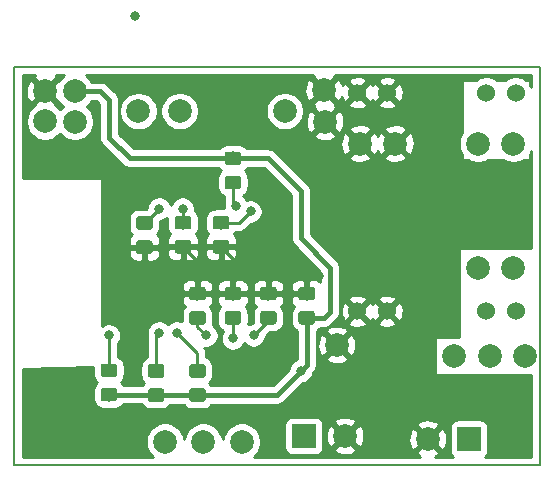
<source format=gbr>
%TF.GenerationSoftware,KiCad,Pcbnew,5.1.2-f72e74a~84~ubuntu18.04.1*%
%TF.CreationDate,2019-05-18T14:46:29+02:00*%
%TF.ProjectId,rgbww-micro-board,72676277-772d-46d6-9963-726f2d626f61,rev?*%
%TF.SameCoordinates,PXb903480PY55d4a80*%
%TF.FileFunction,Copper,L2,Bot*%
%TF.FilePolarity,Positive*%
%FSLAX46Y46*%
G04 Gerber Fmt 4.6, Leading zero omitted, Abs format (unit mm)*
G04 Created by KiCad (PCBNEW 5.1.2-f72e74a~84~ubuntu18.04.1) date 2019-05-18 14:46:29*
%MOMM*%
%LPD*%
G04 APERTURE LIST*
%ADD10C,0.200000*%
%ADD11C,1.998980*%
%ADD12C,1.524000*%
%ADD13R,2.000000X2.000000*%
%ADD14C,2.000000*%
%ADD15C,0.100000*%
%ADD16C,1.150000*%
%ADD17C,0.800000*%
%ADD18C,0.400000*%
%ADD19C,0.250000*%
%ADD20C,0.254000*%
G04 APERTURE END LIST*
D10*
X44500000Y33750000D02*
X0Y33750000D01*
X44500000Y0D02*
X44500000Y33750000D01*
X0Y0D02*
X44500000Y0D01*
X0Y33750000D02*
X0Y0D01*
D11*
X27300000Y10200000D03*
X26300000Y29100000D03*
X26200000Y31800000D03*
D12*
X42450000Y13050000D03*
X39950000Y13050000D03*
X31550000Y13050000D03*
X29050000Y13050000D03*
X42450000Y31550000D03*
X39950000Y31550000D03*
X31550000Y31550000D03*
X29050000Y31550000D03*
D11*
X19250000Y2000000D03*
X14000000Y30000000D03*
X10500000Y30000000D03*
X12750000Y2000000D03*
X42250000Y27250000D03*
X39250000Y27250000D03*
X5120000Y31670000D03*
X2600000Y29120000D03*
X5120000Y29110000D03*
X22900000Y30000000D03*
X2600000Y31680000D03*
X32250000Y27250000D03*
X29250000Y27250000D03*
X42250000Y16750000D03*
X40250000Y9250000D03*
X43250000Y9250000D03*
X37250000Y9250000D03*
X39250000Y16750000D03*
X16000000Y2000000D03*
D13*
X24500000Y2500000D03*
D14*
X28000000Y2500000D03*
D15*
G36*
X25224505Y13073796D02*
G01*
X25248773Y13070196D01*
X25272572Y13064235D01*
X25295671Y13055970D01*
X25317850Y13045480D01*
X25338893Y13032868D01*
X25358599Y13018253D01*
X25376777Y13001777D01*
X25393253Y12983599D01*
X25407868Y12963893D01*
X25420480Y12942850D01*
X25430970Y12920671D01*
X25439235Y12897572D01*
X25445196Y12873773D01*
X25448796Y12849505D01*
X25450000Y12825001D01*
X25450000Y12174999D01*
X25448796Y12150495D01*
X25445196Y12126227D01*
X25439235Y12102428D01*
X25430970Y12079329D01*
X25420480Y12057150D01*
X25407868Y12036107D01*
X25393253Y12016401D01*
X25376777Y11998223D01*
X25358599Y11981747D01*
X25338893Y11967132D01*
X25317850Y11954520D01*
X25295671Y11944030D01*
X25272572Y11935765D01*
X25248773Y11929804D01*
X25224505Y11926204D01*
X25200001Y11925000D01*
X24299999Y11925000D01*
X24275495Y11926204D01*
X24251227Y11929804D01*
X24227428Y11935765D01*
X24204329Y11944030D01*
X24182150Y11954520D01*
X24161107Y11967132D01*
X24141401Y11981747D01*
X24123223Y11998223D01*
X24106747Y12016401D01*
X24092132Y12036107D01*
X24079520Y12057150D01*
X24069030Y12079329D01*
X24060765Y12102428D01*
X24054804Y12126227D01*
X24051204Y12150495D01*
X24050000Y12174999D01*
X24050000Y12825001D01*
X24051204Y12849505D01*
X24054804Y12873773D01*
X24060765Y12897572D01*
X24069030Y12920671D01*
X24079520Y12942850D01*
X24092132Y12963893D01*
X24106747Y12983599D01*
X24123223Y13001777D01*
X24141401Y13018253D01*
X24161107Y13032868D01*
X24182150Y13045480D01*
X24204329Y13055970D01*
X24227428Y13064235D01*
X24251227Y13070196D01*
X24275495Y13073796D01*
X24299999Y13075000D01*
X25200001Y13075000D01*
X25224505Y13073796D01*
X25224505Y13073796D01*
G37*
D16*
X24750000Y12500000D03*
D15*
G36*
X25224505Y15123796D02*
G01*
X25248773Y15120196D01*
X25272572Y15114235D01*
X25295671Y15105970D01*
X25317850Y15095480D01*
X25338893Y15082868D01*
X25358599Y15068253D01*
X25376777Y15051777D01*
X25393253Y15033599D01*
X25407868Y15013893D01*
X25420480Y14992850D01*
X25430970Y14970671D01*
X25439235Y14947572D01*
X25445196Y14923773D01*
X25448796Y14899505D01*
X25450000Y14875001D01*
X25450000Y14224999D01*
X25448796Y14200495D01*
X25445196Y14176227D01*
X25439235Y14152428D01*
X25430970Y14129329D01*
X25420480Y14107150D01*
X25407868Y14086107D01*
X25393253Y14066401D01*
X25376777Y14048223D01*
X25358599Y14031747D01*
X25338893Y14017132D01*
X25317850Y14004520D01*
X25295671Y13994030D01*
X25272572Y13985765D01*
X25248773Y13979804D01*
X25224505Y13976204D01*
X25200001Y13975000D01*
X24299999Y13975000D01*
X24275495Y13976204D01*
X24251227Y13979804D01*
X24227428Y13985765D01*
X24204329Y13994030D01*
X24182150Y14004520D01*
X24161107Y14017132D01*
X24141401Y14031747D01*
X24123223Y14048223D01*
X24106747Y14066401D01*
X24092132Y14086107D01*
X24079520Y14107150D01*
X24069030Y14129329D01*
X24060765Y14152428D01*
X24054804Y14176227D01*
X24051204Y14200495D01*
X24050000Y14224999D01*
X24050000Y14875001D01*
X24051204Y14899505D01*
X24054804Y14923773D01*
X24060765Y14947572D01*
X24069030Y14970671D01*
X24079520Y14992850D01*
X24092132Y15013893D01*
X24106747Y15033599D01*
X24123223Y15051777D01*
X24141401Y15068253D01*
X24161107Y15082868D01*
X24182150Y15095480D01*
X24204329Y15105970D01*
X24227428Y15114235D01*
X24251227Y15120196D01*
X24275495Y15123796D01*
X24299999Y15125000D01*
X25200001Y15125000D01*
X25224505Y15123796D01*
X25224505Y15123796D01*
G37*
D16*
X24750000Y14550000D03*
D14*
X35000000Y2250000D03*
D13*
X38500000Y2250000D03*
D15*
G36*
X8474505Y8623796D02*
G01*
X8498773Y8620196D01*
X8522572Y8614235D01*
X8545671Y8605970D01*
X8567850Y8595480D01*
X8588893Y8582868D01*
X8608599Y8568253D01*
X8626777Y8551777D01*
X8643253Y8533599D01*
X8657868Y8513893D01*
X8670480Y8492850D01*
X8680970Y8470671D01*
X8689235Y8447572D01*
X8695196Y8423773D01*
X8698796Y8399505D01*
X8700000Y8375001D01*
X8700000Y7724999D01*
X8698796Y7700495D01*
X8695196Y7676227D01*
X8689235Y7652428D01*
X8680970Y7629329D01*
X8670480Y7607150D01*
X8657868Y7586107D01*
X8643253Y7566401D01*
X8626777Y7548223D01*
X8608599Y7531747D01*
X8588893Y7517132D01*
X8567850Y7504520D01*
X8545671Y7494030D01*
X8522572Y7485765D01*
X8498773Y7479804D01*
X8474505Y7476204D01*
X8450001Y7475000D01*
X7549999Y7475000D01*
X7525495Y7476204D01*
X7501227Y7479804D01*
X7477428Y7485765D01*
X7454329Y7494030D01*
X7432150Y7504520D01*
X7411107Y7517132D01*
X7391401Y7531747D01*
X7373223Y7548223D01*
X7356747Y7566401D01*
X7342132Y7586107D01*
X7329520Y7607150D01*
X7319030Y7629329D01*
X7310765Y7652428D01*
X7304804Y7676227D01*
X7301204Y7700495D01*
X7300000Y7724999D01*
X7300000Y8375001D01*
X7301204Y8399505D01*
X7304804Y8423773D01*
X7310765Y8447572D01*
X7319030Y8470671D01*
X7329520Y8492850D01*
X7342132Y8513893D01*
X7356747Y8533599D01*
X7373223Y8551777D01*
X7391401Y8568253D01*
X7411107Y8582868D01*
X7432150Y8595480D01*
X7454329Y8605970D01*
X7477428Y8614235D01*
X7501227Y8620196D01*
X7525495Y8623796D01*
X7549999Y8625000D01*
X8450001Y8625000D01*
X8474505Y8623796D01*
X8474505Y8623796D01*
G37*
D16*
X8000000Y8050000D03*
D15*
G36*
X8474505Y6573796D02*
G01*
X8498773Y6570196D01*
X8522572Y6564235D01*
X8545671Y6555970D01*
X8567850Y6545480D01*
X8588893Y6532868D01*
X8608599Y6518253D01*
X8626777Y6501777D01*
X8643253Y6483599D01*
X8657868Y6463893D01*
X8670480Y6442850D01*
X8680970Y6420671D01*
X8689235Y6397572D01*
X8695196Y6373773D01*
X8698796Y6349505D01*
X8700000Y6325001D01*
X8700000Y5674999D01*
X8698796Y5650495D01*
X8695196Y5626227D01*
X8689235Y5602428D01*
X8680970Y5579329D01*
X8670480Y5557150D01*
X8657868Y5536107D01*
X8643253Y5516401D01*
X8626777Y5498223D01*
X8608599Y5481747D01*
X8588893Y5467132D01*
X8567850Y5454520D01*
X8545671Y5444030D01*
X8522572Y5435765D01*
X8498773Y5429804D01*
X8474505Y5426204D01*
X8450001Y5425000D01*
X7549999Y5425000D01*
X7525495Y5426204D01*
X7501227Y5429804D01*
X7477428Y5435765D01*
X7454329Y5444030D01*
X7432150Y5454520D01*
X7411107Y5467132D01*
X7391401Y5481747D01*
X7373223Y5498223D01*
X7356747Y5516401D01*
X7342132Y5536107D01*
X7329520Y5557150D01*
X7319030Y5579329D01*
X7310765Y5602428D01*
X7304804Y5626227D01*
X7301204Y5650495D01*
X7300000Y5674999D01*
X7300000Y6325001D01*
X7301204Y6349505D01*
X7304804Y6373773D01*
X7310765Y6397572D01*
X7319030Y6420671D01*
X7329520Y6442850D01*
X7342132Y6463893D01*
X7356747Y6483599D01*
X7373223Y6501777D01*
X7391401Y6518253D01*
X7411107Y6532868D01*
X7432150Y6545480D01*
X7454329Y6555970D01*
X7477428Y6564235D01*
X7501227Y6570196D01*
X7525495Y6573796D01*
X7549999Y6575000D01*
X8450001Y6575000D01*
X8474505Y6573796D01*
X8474505Y6573796D01*
G37*
D16*
X8000000Y6000000D03*
D15*
G36*
X12474505Y6523796D02*
G01*
X12498773Y6520196D01*
X12522572Y6514235D01*
X12545671Y6505970D01*
X12567850Y6495480D01*
X12588893Y6482868D01*
X12608599Y6468253D01*
X12626777Y6451777D01*
X12643253Y6433599D01*
X12657868Y6413893D01*
X12670480Y6392850D01*
X12680970Y6370671D01*
X12689235Y6347572D01*
X12695196Y6323773D01*
X12698796Y6299505D01*
X12700000Y6275001D01*
X12700000Y5624999D01*
X12698796Y5600495D01*
X12695196Y5576227D01*
X12689235Y5552428D01*
X12680970Y5529329D01*
X12670480Y5507150D01*
X12657868Y5486107D01*
X12643253Y5466401D01*
X12626777Y5448223D01*
X12608599Y5431747D01*
X12588893Y5417132D01*
X12567850Y5404520D01*
X12545671Y5394030D01*
X12522572Y5385765D01*
X12498773Y5379804D01*
X12474505Y5376204D01*
X12450001Y5375000D01*
X11549999Y5375000D01*
X11525495Y5376204D01*
X11501227Y5379804D01*
X11477428Y5385765D01*
X11454329Y5394030D01*
X11432150Y5404520D01*
X11411107Y5417132D01*
X11391401Y5431747D01*
X11373223Y5448223D01*
X11356747Y5466401D01*
X11342132Y5486107D01*
X11329520Y5507150D01*
X11319030Y5529329D01*
X11310765Y5552428D01*
X11304804Y5576227D01*
X11301204Y5600495D01*
X11300000Y5624999D01*
X11300000Y6275001D01*
X11301204Y6299505D01*
X11304804Y6323773D01*
X11310765Y6347572D01*
X11319030Y6370671D01*
X11329520Y6392850D01*
X11342132Y6413893D01*
X11356747Y6433599D01*
X11373223Y6451777D01*
X11391401Y6468253D01*
X11411107Y6482868D01*
X11432150Y6495480D01*
X11454329Y6505970D01*
X11477428Y6514235D01*
X11501227Y6520196D01*
X11525495Y6523796D01*
X11549999Y6525000D01*
X12450001Y6525000D01*
X12474505Y6523796D01*
X12474505Y6523796D01*
G37*
D16*
X12000000Y5950000D03*
D15*
G36*
X12474505Y8573796D02*
G01*
X12498773Y8570196D01*
X12522572Y8564235D01*
X12545671Y8555970D01*
X12567850Y8545480D01*
X12588893Y8532868D01*
X12608599Y8518253D01*
X12626777Y8501777D01*
X12643253Y8483599D01*
X12657868Y8463893D01*
X12670480Y8442850D01*
X12680970Y8420671D01*
X12689235Y8397572D01*
X12695196Y8373773D01*
X12698796Y8349505D01*
X12700000Y8325001D01*
X12700000Y7674999D01*
X12698796Y7650495D01*
X12695196Y7626227D01*
X12689235Y7602428D01*
X12680970Y7579329D01*
X12670480Y7557150D01*
X12657868Y7536107D01*
X12643253Y7516401D01*
X12626777Y7498223D01*
X12608599Y7481747D01*
X12588893Y7467132D01*
X12567850Y7454520D01*
X12545671Y7444030D01*
X12522572Y7435765D01*
X12498773Y7429804D01*
X12474505Y7426204D01*
X12450001Y7425000D01*
X11549999Y7425000D01*
X11525495Y7426204D01*
X11501227Y7429804D01*
X11477428Y7435765D01*
X11454329Y7444030D01*
X11432150Y7454520D01*
X11411107Y7467132D01*
X11391401Y7481747D01*
X11373223Y7498223D01*
X11356747Y7516401D01*
X11342132Y7536107D01*
X11329520Y7557150D01*
X11319030Y7579329D01*
X11310765Y7602428D01*
X11304804Y7626227D01*
X11301204Y7650495D01*
X11300000Y7674999D01*
X11300000Y8325001D01*
X11301204Y8349505D01*
X11304804Y8373773D01*
X11310765Y8397572D01*
X11319030Y8420671D01*
X11329520Y8442850D01*
X11342132Y8463893D01*
X11356747Y8483599D01*
X11373223Y8501777D01*
X11391401Y8518253D01*
X11411107Y8532868D01*
X11432150Y8545480D01*
X11454329Y8555970D01*
X11477428Y8564235D01*
X11501227Y8570196D01*
X11525495Y8573796D01*
X11549999Y8575000D01*
X12450001Y8575000D01*
X12474505Y8573796D01*
X12474505Y8573796D01*
G37*
D16*
X12000000Y8000000D03*
D15*
G36*
X17974505Y21123796D02*
G01*
X17998773Y21120196D01*
X18022572Y21114235D01*
X18045671Y21105970D01*
X18067850Y21095480D01*
X18088893Y21082868D01*
X18108599Y21068253D01*
X18126777Y21051777D01*
X18143253Y21033599D01*
X18157868Y21013893D01*
X18170480Y20992850D01*
X18180970Y20970671D01*
X18189235Y20947572D01*
X18195196Y20923773D01*
X18198796Y20899505D01*
X18200000Y20875001D01*
X18200000Y20224999D01*
X18198796Y20200495D01*
X18195196Y20176227D01*
X18189235Y20152428D01*
X18180970Y20129329D01*
X18170480Y20107150D01*
X18157868Y20086107D01*
X18143253Y20066401D01*
X18126777Y20048223D01*
X18108599Y20031747D01*
X18088893Y20017132D01*
X18067850Y20004520D01*
X18045671Y19994030D01*
X18022572Y19985765D01*
X17998773Y19979804D01*
X17974505Y19976204D01*
X17950001Y19975000D01*
X17049999Y19975000D01*
X17025495Y19976204D01*
X17001227Y19979804D01*
X16977428Y19985765D01*
X16954329Y19994030D01*
X16932150Y20004520D01*
X16911107Y20017132D01*
X16891401Y20031747D01*
X16873223Y20048223D01*
X16856747Y20066401D01*
X16842132Y20086107D01*
X16829520Y20107150D01*
X16819030Y20129329D01*
X16810765Y20152428D01*
X16804804Y20176227D01*
X16801204Y20200495D01*
X16800000Y20224999D01*
X16800000Y20875001D01*
X16801204Y20899505D01*
X16804804Y20923773D01*
X16810765Y20947572D01*
X16819030Y20970671D01*
X16829520Y20992850D01*
X16842132Y21013893D01*
X16856747Y21033599D01*
X16873223Y21051777D01*
X16891401Y21068253D01*
X16911107Y21082868D01*
X16932150Y21095480D01*
X16954329Y21105970D01*
X16977428Y21114235D01*
X17001227Y21120196D01*
X17025495Y21123796D01*
X17049999Y21125000D01*
X17950001Y21125000D01*
X17974505Y21123796D01*
X17974505Y21123796D01*
G37*
D16*
X17500000Y20550000D03*
D15*
G36*
X17974505Y19073796D02*
G01*
X17998773Y19070196D01*
X18022572Y19064235D01*
X18045671Y19055970D01*
X18067850Y19045480D01*
X18088893Y19032868D01*
X18108599Y19018253D01*
X18126777Y19001777D01*
X18143253Y18983599D01*
X18157868Y18963893D01*
X18170480Y18942850D01*
X18180970Y18920671D01*
X18189235Y18897572D01*
X18195196Y18873773D01*
X18198796Y18849505D01*
X18200000Y18825001D01*
X18200000Y18174999D01*
X18198796Y18150495D01*
X18195196Y18126227D01*
X18189235Y18102428D01*
X18180970Y18079329D01*
X18170480Y18057150D01*
X18157868Y18036107D01*
X18143253Y18016401D01*
X18126777Y17998223D01*
X18108599Y17981747D01*
X18088893Y17967132D01*
X18067850Y17954520D01*
X18045671Y17944030D01*
X18022572Y17935765D01*
X17998773Y17929804D01*
X17974505Y17926204D01*
X17950001Y17925000D01*
X17049999Y17925000D01*
X17025495Y17926204D01*
X17001227Y17929804D01*
X16977428Y17935765D01*
X16954329Y17944030D01*
X16932150Y17954520D01*
X16911107Y17967132D01*
X16891401Y17981747D01*
X16873223Y17998223D01*
X16856747Y18016401D01*
X16842132Y18036107D01*
X16829520Y18057150D01*
X16819030Y18079329D01*
X16810765Y18102428D01*
X16804804Y18126227D01*
X16801204Y18150495D01*
X16800000Y18174999D01*
X16800000Y18825001D01*
X16801204Y18849505D01*
X16804804Y18873773D01*
X16810765Y18897572D01*
X16819030Y18920671D01*
X16829520Y18942850D01*
X16842132Y18963893D01*
X16856747Y18983599D01*
X16873223Y19001777D01*
X16891401Y19018253D01*
X16911107Y19032868D01*
X16932150Y19045480D01*
X16954329Y19055970D01*
X16977428Y19064235D01*
X17001227Y19070196D01*
X17025495Y19073796D01*
X17049999Y19075000D01*
X17950001Y19075000D01*
X17974505Y19073796D01*
X17974505Y19073796D01*
G37*
D16*
X17500000Y18500000D03*
D15*
G36*
X15974505Y15123796D02*
G01*
X15998773Y15120196D01*
X16022572Y15114235D01*
X16045671Y15105970D01*
X16067850Y15095480D01*
X16088893Y15082868D01*
X16108599Y15068253D01*
X16126777Y15051777D01*
X16143253Y15033599D01*
X16157868Y15013893D01*
X16170480Y14992850D01*
X16180970Y14970671D01*
X16189235Y14947572D01*
X16195196Y14923773D01*
X16198796Y14899505D01*
X16200000Y14875001D01*
X16200000Y14224999D01*
X16198796Y14200495D01*
X16195196Y14176227D01*
X16189235Y14152428D01*
X16180970Y14129329D01*
X16170480Y14107150D01*
X16157868Y14086107D01*
X16143253Y14066401D01*
X16126777Y14048223D01*
X16108599Y14031747D01*
X16088893Y14017132D01*
X16067850Y14004520D01*
X16045671Y13994030D01*
X16022572Y13985765D01*
X15998773Y13979804D01*
X15974505Y13976204D01*
X15950001Y13975000D01*
X15049999Y13975000D01*
X15025495Y13976204D01*
X15001227Y13979804D01*
X14977428Y13985765D01*
X14954329Y13994030D01*
X14932150Y14004520D01*
X14911107Y14017132D01*
X14891401Y14031747D01*
X14873223Y14048223D01*
X14856747Y14066401D01*
X14842132Y14086107D01*
X14829520Y14107150D01*
X14819030Y14129329D01*
X14810765Y14152428D01*
X14804804Y14176227D01*
X14801204Y14200495D01*
X14800000Y14224999D01*
X14800000Y14875001D01*
X14801204Y14899505D01*
X14804804Y14923773D01*
X14810765Y14947572D01*
X14819030Y14970671D01*
X14829520Y14992850D01*
X14842132Y15013893D01*
X14856747Y15033599D01*
X14873223Y15051777D01*
X14891401Y15068253D01*
X14911107Y15082868D01*
X14932150Y15095480D01*
X14954329Y15105970D01*
X14977428Y15114235D01*
X15001227Y15120196D01*
X15025495Y15123796D01*
X15049999Y15125000D01*
X15950001Y15125000D01*
X15974505Y15123796D01*
X15974505Y15123796D01*
G37*
D16*
X15500000Y14550000D03*
D15*
G36*
X15974505Y13073796D02*
G01*
X15998773Y13070196D01*
X16022572Y13064235D01*
X16045671Y13055970D01*
X16067850Y13045480D01*
X16088893Y13032868D01*
X16108599Y13018253D01*
X16126777Y13001777D01*
X16143253Y12983599D01*
X16157868Y12963893D01*
X16170480Y12942850D01*
X16180970Y12920671D01*
X16189235Y12897572D01*
X16195196Y12873773D01*
X16198796Y12849505D01*
X16200000Y12825001D01*
X16200000Y12174999D01*
X16198796Y12150495D01*
X16195196Y12126227D01*
X16189235Y12102428D01*
X16180970Y12079329D01*
X16170480Y12057150D01*
X16157868Y12036107D01*
X16143253Y12016401D01*
X16126777Y11998223D01*
X16108599Y11981747D01*
X16088893Y11967132D01*
X16067850Y11954520D01*
X16045671Y11944030D01*
X16022572Y11935765D01*
X15998773Y11929804D01*
X15974505Y11926204D01*
X15950001Y11925000D01*
X15049999Y11925000D01*
X15025495Y11926204D01*
X15001227Y11929804D01*
X14977428Y11935765D01*
X14954329Y11944030D01*
X14932150Y11954520D01*
X14911107Y11967132D01*
X14891401Y11981747D01*
X14873223Y11998223D01*
X14856747Y12016401D01*
X14842132Y12036107D01*
X14829520Y12057150D01*
X14819030Y12079329D01*
X14810765Y12102428D01*
X14804804Y12126227D01*
X14801204Y12150495D01*
X14800000Y12174999D01*
X14800000Y12825001D01*
X14801204Y12849505D01*
X14804804Y12873773D01*
X14810765Y12897572D01*
X14819030Y12920671D01*
X14829520Y12942850D01*
X14842132Y12963893D01*
X14856747Y12983599D01*
X14873223Y13001777D01*
X14891401Y13018253D01*
X14911107Y13032868D01*
X14932150Y13045480D01*
X14954329Y13055970D01*
X14977428Y13064235D01*
X15001227Y13070196D01*
X15025495Y13073796D01*
X15049999Y13075000D01*
X15950001Y13075000D01*
X15974505Y13073796D01*
X15974505Y13073796D01*
G37*
D16*
X15500000Y12500000D03*
D15*
G36*
X18974505Y24523796D02*
G01*
X18998773Y24520196D01*
X19022572Y24514235D01*
X19045671Y24505970D01*
X19067850Y24495480D01*
X19088893Y24482868D01*
X19108599Y24468253D01*
X19126777Y24451777D01*
X19143253Y24433599D01*
X19157868Y24413893D01*
X19170480Y24392850D01*
X19180970Y24370671D01*
X19189235Y24347572D01*
X19195196Y24323773D01*
X19198796Y24299505D01*
X19200000Y24275001D01*
X19200000Y23624999D01*
X19198796Y23600495D01*
X19195196Y23576227D01*
X19189235Y23552428D01*
X19180970Y23529329D01*
X19170480Y23507150D01*
X19157868Y23486107D01*
X19143253Y23466401D01*
X19126777Y23448223D01*
X19108599Y23431747D01*
X19088893Y23417132D01*
X19067850Y23404520D01*
X19045671Y23394030D01*
X19022572Y23385765D01*
X18998773Y23379804D01*
X18974505Y23376204D01*
X18950001Y23375000D01*
X18049999Y23375000D01*
X18025495Y23376204D01*
X18001227Y23379804D01*
X17977428Y23385765D01*
X17954329Y23394030D01*
X17932150Y23404520D01*
X17911107Y23417132D01*
X17891401Y23431747D01*
X17873223Y23448223D01*
X17856747Y23466401D01*
X17842132Y23486107D01*
X17829520Y23507150D01*
X17819030Y23529329D01*
X17810765Y23552428D01*
X17804804Y23576227D01*
X17801204Y23600495D01*
X17800000Y23624999D01*
X17800000Y24275001D01*
X17801204Y24299505D01*
X17804804Y24323773D01*
X17810765Y24347572D01*
X17819030Y24370671D01*
X17829520Y24392850D01*
X17842132Y24413893D01*
X17856747Y24433599D01*
X17873223Y24451777D01*
X17891401Y24468253D01*
X17911107Y24482868D01*
X17932150Y24495480D01*
X17954329Y24505970D01*
X17977428Y24514235D01*
X18001227Y24520196D01*
X18025495Y24523796D01*
X18049999Y24525000D01*
X18950001Y24525000D01*
X18974505Y24523796D01*
X18974505Y24523796D01*
G37*
D16*
X18500000Y23950000D03*
D15*
G36*
X18974505Y26573796D02*
G01*
X18998773Y26570196D01*
X19022572Y26564235D01*
X19045671Y26555970D01*
X19067850Y26545480D01*
X19088893Y26532868D01*
X19108599Y26518253D01*
X19126777Y26501777D01*
X19143253Y26483599D01*
X19157868Y26463893D01*
X19170480Y26442850D01*
X19180970Y26420671D01*
X19189235Y26397572D01*
X19195196Y26373773D01*
X19198796Y26349505D01*
X19200000Y26325001D01*
X19200000Y25674999D01*
X19198796Y25650495D01*
X19195196Y25626227D01*
X19189235Y25602428D01*
X19180970Y25579329D01*
X19170480Y25557150D01*
X19157868Y25536107D01*
X19143253Y25516401D01*
X19126777Y25498223D01*
X19108599Y25481747D01*
X19088893Y25467132D01*
X19067850Y25454520D01*
X19045671Y25444030D01*
X19022572Y25435765D01*
X18998773Y25429804D01*
X18974505Y25426204D01*
X18950001Y25425000D01*
X18049999Y25425000D01*
X18025495Y25426204D01*
X18001227Y25429804D01*
X17977428Y25435765D01*
X17954329Y25444030D01*
X17932150Y25454520D01*
X17911107Y25467132D01*
X17891401Y25481747D01*
X17873223Y25498223D01*
X17856747Y25516401D01*
X17842132Y25536107D01*
X17829520Y25557150D01*
X17819030Y25579329D01*
X17810765Y25602428D01*
X17804804Y25626227D01*
X17801204Y25650495D01*
X17800000Y25674999D01*
X17800000Y26325001D01*
X17801204Y26349505D01*
X17804804Y26373773D01*
X17810765Y26397572D01*
X17819030Y26420671D01*
X17829520Y26442850D01*
X17842132Y26463893D01*
X17856747Y26483599D01*
X17873223Y26501777D01*
X17891401Y26518253D01*
X17911107Y26532868D01*
X17932150Y26545480D01*
X17954329Y26555970D01*
X17977428Y26564235D01*
X18001227Y26570196D01*
X18025495Y26573796D01*
X18049999Y26575000D01*
X18950001Y26575000D01*
X18974505Y26573796D01*
X18974505Y26573796D01*
G37*
D16*
X18500000Y26000000D03*
D15*
G36*
X21974505Y13073796D02*
G01*
X21998773Y13070196D01*
X22022572Y13064235D01*
X22045671Y13055970D01*
X22067850Y13045480D01*
X22088893Y13032868D01*
X22108599Y13018253D01*
X22126777Y13001777D01*
X22143253Y12983599D01*
X22157868Y12963893D01*
X22170480Y12942850D01*
X22180970Y12920671D01*
X22189235Y12897572D01*
X22195196Y12873773D01*
X22198796Y12849505D01*
X22200000Y12825001D01*
X22200000Y12174999D01*
X22198796Y12150495D01*
X22195196Y12126227D01*
X22189235Y12102428D01*
X22180970Y12079329D01*
X22170480Y12057150D01*
X22157868Y12036107D01*
X22143253Y12016401D01*
X22126777Y11998223D01*
X22108599Y11981747D01*
X22088893Y11967132D01*
X22067850Y11954520D01*
X22045671Y11944030D01*
X22022572Y11935765D01*
X21998773Y11929804D01*
X21974505Y11926204D01*
X21950001Y11925000D01*
X21049999Y11925000D01*
X21025495Y11926204D01*
X21001227Y11929804D01*
X20977428Y11935765D01*
X20954329Y11944030D01*
X20932150Y11954520D01*
X20911107Y11967132D01*
X20891401Y11981747D01*
X20873223Y11998223D01*
X20856747Y12016401D01*
X20842132Y12036107D01*
X20829520Y12057150D01*
X20819030Y12079329D01*
X20810765Y12102428D01*
X20804804Y12126227D01*
X20801204Y12150495D01*
X20800000Y12174999D01*
X20800000Y12825001D01*
X20801204Y12849505D01*
X20804804Y12873773D01*
X20810765Y12897572D01*
X20819030Y12920671D01*
X20829520Y12942850D01*
X20842132Y12963893D01*
X20856747Y12983599D01*
X20873223Y13001777D01*
X20891401Y13018253D01*
X20911107Y13032868D01*
X20932150Y13045480D01*
X20954329Y13055970D01*
X20977428Y13064235D01*
X21001227Y13070196D01*
X21025495Y13073796D01*
X21049999Y13075000D01*
X21950001Y13075000D01*
X21974505Y13073796D01*
X21974505Y13073796D01*
G37*
D16*
X21500000Y12500000D03*
D15*
G36*
X21974505Y15123796D02*
G01*
X21998773Y15120196D01*
X22022572Y15114235D01*
X22045671Y15105970D01*
X22067850Y15095480D01*
X22088893Y15082868D01*
X22108599Y15068253D01*
X22126777Y15051777D01*
X22143253Y15033599D01*
X22157868Y15013893D01*
X22170480Y14992850D01*
X22180970Y14970671D01*
X22189235Y14947572D01*
X22195196Y14923773D01*
X22198796Y14899505D01*
X22200000Y14875001D01*
X22200000Y14224999D01*
X22198796Y14200495D01*
X22195196Y14176227D01*
X22189235Y14152428D01*
X22180970Y14129329D01*
X22170480Y14107150D01*
X22157868Y14086107D01*
X22143253Y14066401D01*
X22126777Y14048223D01*
X22108599Y14031747D01*
X22088893Y14017132D01*
X22067850Y14004520D01*
X22045671Y13994030D01*
X22022572Y13985765D01*
X21998773Y13979804D01*
X21974505Y13976204D01*
X21950001Y13975000D01*
X21049999Y13975000D01*
X21025495Y13976204D01*
X21001227Y13979804D01*
X20977428Y13985765D01*
X20954329Y13994030D01*
X20932150Y14004520D01*
X20911107Y14017132D01*
X20891401Y14031747D01*
X20873223Y14048223D01*
X20856747Y14066401D01*
X20842132Y14086107D01*
X20829520Y14107150D01*
X20819030Y14129329D01*
X20810765Y14152428D01*
X20804804Y14176227D01*
X20801204Y14200495D01*
X20800000Y14224999D01*
X20800000Y14875001D01*
X20801204Y14899505D01*
X20804804Y14923773D01*
X20810765Y14947572D01*
X20819030Y14970671D01*
X20829520Y14992850D01*
X20842132Y15013893D01*
X20856747Y15033599D01*
X20873223Y15051777D01*
X20891401Y15068253D01*
X20911107Y15082868D01*
X20932150Y15095480D01*
X20954329Y15105970D01*
X20977428Y15114235D01*
X21001227Y15120196D01*
X21025495Y15123796D01*
X21049999Y15125000D01*
X21950001Y15125000D01*
X21974505Y15123796D01*
X21974505Y15123796D01*
G37*
D16*
X21500000Y14550000D03*
D15*
G36*
X18974505Y13073796D02*
G01*
X18998773Y13070196D01*
X19022572Y13064235D01*
X19045671Y13055970D01*
X19067850Y13045480D01*
X19088893Y13032868D01*
X19108599Y13018253D01*
X19126777Y13001777D01*
X19143253Y12983599D01*
X19157868Y12963893D01*
X19170480Y12942850D01*
X19180970Y12920671D01*
X19189235Y12897572D01*
X19195196Y12873773D01*
X19198796Y12849505D01*
X19200000Y12825001D01*
X19200000Y12174999D01*
X19198796Y12150495D01*
X19195196Y12126227D01*
X19189235Y12102428D01*
X19180970Y12079329D01*
X19170480Y12057150D01*
X19157868Y12036107D01*
X19143253Y12016401D01*
X19126777Y11998223D01*
X19108599Y11981747D01*
X19088893Y11967132D01*
X19067850Y11954520D01*
X19045671Y11944030D01*
X19022572Y11935765D01*
X18998773Y11929804D01*
X18974505Y11926204D01*
X18950001Y11925000D01*
X18049999Y11925000D01*
X18025495Y11926204D01*
X18001227Y11929804D01*
X17977428Y11935765D01*
X17954329Y11944030D01*
X17932150Y11954520D01*
X17911107Y11967132D01*
X17891401Y11981747D01*
X17873223Y11998223D01*
X17856747Y12016401D01*
X17842132Y12036107D01*
X17829520Y12057150D01*
X17819030Y12079329D01*
X17810765Y12102428D01*
X17804804Y12126227D01*
X17801204Y12150495D01*
X17800000Y12174999D01*
X17800000Y12825001D01*
X17801204Y12849505D01*
X17804804Y12873773D01*
X17810765Y12897572D01*
X17819030Y12920671D01*
X17829520Y12942850D01*
X17842132Y12963893D01*
X17856747Y12983599D01*
X17873223Y13001777D01*
X17891401Y13018253D01*
X17911107Y13032868D01*
X17932150Y13045480D01*
X17954329Y13055970D01*
X17977428Y13064235D01*
X18001227Y13070196D01*
X18025495Y13073796D01*
X18049999Y13075000D01*
X18950001Y13075000D01*
X18974505Y13073796D01*
X18974505Y13073796D01*
G37*
D16*
X18500000Y12500000D03*
D15*
G36*
X18974505Y15123796D02*
G01*
X18998773Y15120196D01*
X19022572Y15114235D01*
X19045671Y15105970D01*
X19067850Y15095480D01*
X19088893Y15082868D01*
X19108599Y15068253D01*
X19126777Y15051777D01*
X19143253Y15033599D01*
X19157868Y15013893D01*
X19170480Y14992850D01*
X19180970Y14970671D01*
X19189235Y14947572D01*
X19195196Y14923773D01*
X19198796Y14899505D01*
X19200000Y14875001D01*
X19200000Y14224999D01*
X19198796Y14200495D01*
X19195196Y14176227D01*
X19189235Y14152428D01*
X19180970Y14129329D01*
X19170480Y14107150D01*
X19157868Y14086107D01*
X19143253Y14066401D01*
X19126777Y14048223D01*
X19108599Y14031747D01*
X19088893Y14017132D01*
X19067850Y14004520D01*
X19045671Y13994030D01*
X19022572Y13985765D01*
X18998773Y13979804D01*
X18974505Y13976204D01*
X18950001Y13975000D01*
X18049999Y13975000D01*
X18025495Y13976204D01*
X18001227Y13979804D01*
X17977428Y13985765D01*
X17954329Y13994030D01*
X17932150Y14004520D01*
X17911107Y14017132D01*
X17891401Y14031747D01*
X17873223Y14048223D01*
X17856747Y14066401D01*
X17842132Y14086107D01*
X17829520Y14107150D01*
X17819030Y14129329D01*
X17810765Y14152428D01*
X17804804Y14176227D01*
X17801204Y14200495D01*
X17800000Y14224999D01*
X17800000Y14875001D01*
X17801204Y14899505D01*
X17804804Y14923773D01*
X17810765Y14947572D01*
X17819030Y14970671D01*
X17829520Y14992850D01*
X17842132Y15013893D01*
X17856747Y15033599D01*
X17873223Y15051777D01*
X17891401Y15068253D01*
X17911107Y15082868D01*
X17932150Y15095480D01*
X17954329Y15105970D01*
X17977428Y15114235D01*
X18001227Y15120196D01*
X18025495Y15123796D01*
X18049999Y15125000D01*
X18950001Y15125000D01*
X18974505Y15123796D01*
X18974505Y15123796D01*
G37*
D16*
X18500000Y14550000D03*
D15*
G36*
X11474505Y21098796D02*
G01*
X11498773Y21095196D01*
X11522572Y21089235D01*
X11545671Y21080970D01*
X11567850Y21070480D01*
X11588893Y21057868D01*
X11608599Y21043253D01*
X11626777Y21026777D01*
X11643253Y21008599D01*
X11657868Y20988893D01*
X11670480Y20967850D01*
X11680970Y20945671D01*
X11689235Y20922572D01*
X11695196Y20898773D01*
X11698796Y20874505D01*
X11700000Y20850001D01*
X11700000Y20199999D01*
X11698796Y20175495D01*
X11695196Y20151227D01*
X11689235Y20127428D01*
X11680970Y20104329D01*
X11670480Y20082150D01*
X11657868Y20061107D01*
X11643253Y20041401D01*
X11626777Y20023223D01*
X11608599Y20006747D01*
X11588893Y19992132D01*
X11567850Y19979520D01*
X11545671Y19969030D01*
X11522572Y19960765D01*
X11498773Y19954804D01*
X11474505Y19951204D01*
X11450001Y19950000D01*
X10549999Y19950000D01*
X10525495Y19951204D01*
X10501227Y19954804D01*
X10477428Y19960765D01*
X10454329Y19969030D01*
X10432150Y19979520D01*
X10411107Y19992132D01*
X10391401Y20006747D01*
X10373223Y20023223D01*
X10356747Y20041401D01*
X10342132Y20061107D01*
X10329520Y20082150D01*
X10319030Y20104329D01*
X10310765Y20127428D01*
X10304804Y20151227D01*
X10301204Y20175495D01*
X10300000Y20199999D01*
X10300000Y20850001D01*
X10301204Y20874505D01*
X10304804Y20898773D01*
X10310765Y20922572D01*
X10319030Y20945671D01*
X10329520Y20967850D01*
X10342132Y20988893D01*
X10356747Y21008599D01*
X10373223Y21026777D01*
X10391401Y21043253D01*
X10411107Y21057868D01*
X10432150Y21070480D01*
X10454329Y21080970D01*
X10477428Y21089235D01*
X10501227Y21095196D01*
X10525495Y21098796D01*
X10549999Y21100000D01*
X11450001Y21100000D01*
X11474505Y21098796D01*
X11474505Y21098796D01*
G37*
D16*
X11000000Y20525000D03*
D15*
G36*
X11474505Y19048796D02*
G01*
X11498773Y19045196D01*
X11522572Y19039235D01*
X11545671Y19030970D01*
X11567850Y19020480D01*
X11588893Y19007868D01*
X11608599Y18993253D01*
X11626777Y18976777D01*
X11643253Y18958599D01*
X11657868Y18938893D01*
X11670480Y18917850D01*
X11680970Y18895671D01*
X11689235Y18872572D01*
X11695196Y18848773D01*
X11698796Y18824505D01*
X11700000Y18800001D01*
X11700000Y18149999D01*
X11698796Y18125495D01*
X11695196Y18101227D01*
X11689235Y18077428D01*
X11680970Y18054329D01*
X11670480Y18032150D01*
X11657868Y18011107D01*
X11643253Y17991401D01*
X11626777Y17973223D01*
X11608599Y17956747D01*
X11588893Y17942132D01*
X11567850Y17929520D01*
X11545671Y17919030D01*
X11522572Y17910765D01*
X11498773Y17904804D01*
X11474505Y17901204D01*
X11450001Y17900000D01*
X10549999Y17900000D01*
X10525495Y17901204D01*
X10501227Y17904804D01*
X10477428Y17910765D01*
X10454329Y17919030D01*
X10432150Y17929520D01*
X10411107Y17942132D01*
X10391401Y17956747D01*
X10373223Y17973223D01*
X10356747Y17991401D01*
X10342132Y18011107D01*
X10329520Y18032150D01*
X10319030Y18054329D01*
X10310765Y18077428D01*
X10304804Y18101227D01*
X10301204Y18125495D01*
X10300000Y18149999D01*
X10300000Y18800001D01*
X10301204Y18824505D01*
X10304804Y18848773D01*
X10310765Y18872572D01*
X10319030Y18895671D01*
X10329520Y18917850D01*
X10342132Y18938893D01*
X10356747Y18958599D01*
X10373223Y18976777D01*
X10391401Y18993253D01*
X10411107Y19007868D01*
X10432150Y19020480D01*
X10454329Y19030970D01*
X10477428Y19039235D01*
X10501227Y19045196D01*
X10525495Y19048796D01*
X10549999Y19050000D01*
X11450001Y19050000D01*
X11474505Y19048796D01*
X11474505Y19048796D01*
G37*
D16*
X11000000Y18475000D03*
D15*
G36*
X14754505Y19073796D02*
G01*
X14778773Y19070196D01*
X14802572Y19064235D01*
X14825671Y19055970D01*
X14847850Y19045480D01*
X14868893Y19032868D01*
X14888599Y19018253D01*
X14906777Y19001777D01*
X14923253Y18983599D01*
X14937868Y18963893D01*
X14950480Y18942850D01*
X14960970Y18920671D01*
X14969235Y18897572D01*
X14975196Y18873773D01*
X14978796Y18849505D01*
X14980000Y18825001D01*
X14980000Y18174999D01*
X14978796Y18150495D01*
X14975196Y18126227D01*
X14969235Y18102428D01*
X14960970Y18079329D01*
X14950480Y18057150D01*
X14937868Y18036107D01*
X14923253Y18016401D01*
X14906777Y17998223D01*
X14888599Y17981747D01*
X14868893Y17967132D01*
X14847850Y17954520D01*
X14825671Y17944030D01*
X14802572Y17935765D01*
X14778773Y17929804D01*
X14754505Y17926204D01*
X14730001Y17925000D01*
X13829999Y17925000D01*
X13805495Y17926204D01*
X13781227Y17929804D01*
X13757428Y17935765D01*
X13734329Y17944030D01*
X13712150Y17954520D01*
X13691107Y17967132D01*
X13671401Y17981747D01*
X13653223Y17998223D01*
X13636747Y18016401D01*
X13622132Y18036107D01*
X13609520Y18057150D01*
X13599030Y18079329D01*
X13590765Y18102428D01*
X13584804Y18126227D01*
X13581204Y18150495D01*
X13580000Y18174999D01*
X13580000Y18825001D01*
X13581204Y18849505D01*
X13584804Y18873773D01*
X13590765Y18897572D01*
X13599030Y18920671D01*
X13609520Y18942850D01*
X13622132Y18963893D01*
X13636747Y18983599D01*
X13653223Y19001777D01*
X13671401Y19018253D01*
X13691107Y19032868D01*
X13712150Y19045480D01*
X13734329Y19055970D01*
X13757428Y19064235D01*
X13781227Y19070196D01*
X13805495Y19073796D01*
X13829999Y19075000D01*
X14730001Y19075000D01*
X14754505Y19073796D01*
X14754505Y19073796D01*
G37*
D16*
X14280000Y18500000D03*
D15*
G36*
X14754505Y21123796D02*
G01*
X14778773Y21120196D01*
X14802572Y21114235D01*
X14825671Y21105970D01*
X14847850Y21095480D01*
X14868893Y21082868D01*
X14888599Y21068253D01*
X14906777Y21051777D01*
X14923253Y21033599D01*
X14937868Y21013893D01*
X14950480Y20992850D01*
X14960970Y20970671D01*
X14969235Y20947572D01*
X14975196Y20923773D01*
X14978796Y20899505D01*
X14980000Y20875001D01*
X14980000Y20224999D01*
X14978796Y20200495D01*
X14975196Y20176227D01*
X14969235Y20152428D01*
X14960970Y20129329D01*
X14950480Y20107150D01*
X14937868Y20086107D01*
X14923253Y20066401D01*
X14906777Y20048223D01*
X14888599Y20031747D01*
X14868893Y20017132D01*
X14847850Y20004520D01*
X14825671Y19994030D01*
X14802572Y19985765D01*
X14778773Y19979804D01*
X14754505Y19976204D01*
X14730001Y19975000D01*
X13829999Y19975000D01*
X13805495Y19976204D01*
X13781227Y19979804D01*
X13757428Y19985765D01*
X13734329Y19994030D01*
X13712150Y20004520D01*
X13691107Y20017132D01*
X13671401Y20031747D01*
X13653223Y20048223D01*
X13636747Y20066401D01*
X13622132Y20086107D01*
X13609520Y20107150D01*
X13599030Y20129329D01*
X13590765Y20152428D01*
X13584804Y20176227D01*
X13581204Y20200495D01*
X13580000Y20224999D01*
X13580000Y20875001D01*
X13581204Y20899505D01*
X13584804Y20923773D01*
X13590765Y20947572D01*
X13599030Y20970671D01*
X13609520Y20992850D01*
X13622132Y21013893D01*
X13636747Y21033599D01*
X13653223Y21051777D01*
X13671401Y21068253D01*
X13691107Y21082868D01*
X13712150Y21095480D01*
X13734329Y21105970D01*
X13757428Y21114235D01*
X13781227Y21120196D01*
X13805495Y21123796D01*
X13829999Y21125000D01*
X14730001Y21125000D01*
X14754505Y21123796D01*
X14754505Y21123796D01*
G37*
D16*
X14280000Y20550000D03*
D15*
G36*
X15974505Y8573796D02*
G01*
X15998773Y8570196D01*
X16022572Y8564235D01*
X16045671Y8555970D01*
X16067850Y8545480D01*
X16088893Y8532868D01*
X16108599Y8518253D01*
X16126777Y8501777D01*
X16143253Y8483599D01*
X16157868Y8463893D01*
X16170480Y8442850D01*
X16180970Y8420671D01*
X16189235Y8397572D01*
X16195196Y8373773D01*
X16198796Y8349505D01*
X16200000Y8325001D01*
X16200000Y7674999D01*
X16198796Y7650495D01*
X16195196Y7626227D01*
X16189235Y7602428D01*
X16180970Y7579329D01*
X16170480Y7557150D01*
X16157868Y7536107D01*
X16143253Y7516401D01*
X16126777Y7498223D01*
X16108599Y7481747D01*
X16088893Y7467132D01*
X16067850Y7454520D01*
X16045671Y7444030D01*
X16022572Y7435765D01*
X15998773Y7429804D01*
X15974505Y7426204D01*
X15950001Y7425000D01*
X15049999Y7425000D01*
X15025495Y7426204D01*
X15001227Y7429804D01*
X14977428Y7435765D01*
X14954329Y7444030D01*
X14932150Y7454520D01*
X14911107Y7467132D01*
X14891401Y7481747D01*
X14873223Y7498223D01*
X14856747Y7516401D01*
X14842132Y7536107D01*
X14829520Y7557150D01*
X14819030Y7579329D01*
X14810765Y7602428D01*
X14804804Y7626227D01*
X14801204Y7650495D01*
X14800000Y7674999D01*
X14800000Y8325001D01*
X14801204Y8349505D01*
X14804804Y8373773D01*
X14810765Y8397572D01*
X14819030Y8420671D01*
X14829520Y8442850D01*
X14842132Y8463893D01*
X14856747Y8483599D01*
X14873223Y8501777D01*
X14891401Y8518253D01*
X14911107Y8532868D01*
X14932150Y8545480D01*
X14954329Y8555970D01*
X14977428Y8564235D01*
X15001227Y8570196D01*
X15025495Y8573796D01*
X15049999Y8575000D01*
X15950001Y8575000D01*
X15974505Y8573796D01*
X15974505Y8573796D01*
G37*
D16*
X15500000Y8000000D03*
D15*
G36*
X15974505Y6523796D02*
G01*
X15998773Y6520196D01*
X16022572Y6514235D01*
X16045671Y6505970D01*
X16067850Y6495480D01*
X16088893Y6482868D01*
X16108599Y6468253D01*
X16126777Y6451777D01*
X16143253Y6433599D01*
X16157868Y6413893D01*
X16170480Y6392850D01*
X16180970Y6370671D01*
X16189235Y6347572D01*
X16195196Y6323773D01*
X16198796Y6299505D01*
X16200000Y6275001D01*
X16200000Y5624999D01*
X16198796Y5600495D01*
X16195196Y5576227D01*
X16189235Y5552428D01*
X16180970Y5529329D01*
X16170480Y5507150D01*
X16157868Y5486107D01*
X16143253Y5466401D01*
X16126777Y5448223D01*
X16108599Y5431747D01*
X16088893Y5417132D01*
X16067850Y5404520D01*
X16045671Y5394030D01*
X16022572Y5385765D01*
X15998773Y5379804D01*
X15974505Y5376204D01*
X15950001Y5375000D01*
X15049999Y5375000D01*
X15025495Y5376204D01*
X15001227Y5379804D01*
X14977428Y5385765D01*
X14954329Y5394030D01*
X14932150Y5404520D01*
X14911107Y5417132D01*
X14891401Y5431747D01*
X14873223Y5448223D01*
X14856747Y5466401D01*
X14842132Y5486107D01*
X14829520Y5507150D01*
X14819030Y5529329D01*
X14810765Y5552428D01*
X14804804Y5576227D01*
X14801204Y5600495D01*
X14800000Y5624999D01*
X14800000Y6275001D01*
X14801204Y6299505D01*
X14804804Y6323773D01*
X14810765Y6347572D01*
X14819030Y6370671D01*
X14829520Y6392850D01*
X14842132Y6413893D01*
X14856747Y6433599D01*
X14873223Y6451777D01*
X14891401Y6468253D01*
X14911107Y6482868D01*
X14932150Y6495480D01*
X14954329Y6505970D01*
X14977428Y6514235D01*
X15001227Y6520196D01*
X15025495Y6523796D01*
X15049999Y6525000D01*
X15950001Y6525000D01*
X15974505Y6523796D01*
X15974505Y6523796D01*
G37*
D16*
X15500000Y5950000D03*
D17*
X10220000Y38080000D03*
X10220000Y38080000D03*
X10220000Y38080000D03*
X10220000Y38080000D03*
X10220000Y38080000D03*
X10220000Y38080000D03*
X10220000Y38080000D03*
X10220000Y38080000D03*
X10220000Y38080000D03*
X24250000Y8000000D03*
X9500000Y13750000D03*
X11250000Y13750000D03*
X13000000Y13750000D03*
X13000000Y15500000D03*
X11250000Y15500000D03*
X9500000Y15500000D03*
X20750000Y17000000D03*
X20750000Y19000000D03*
X26000000Y24000000D03*
X26000000Y22000000D03*
X26000000Y26000000D03*
X21750000Y20250000D03*
X21750000Y18000000D03*
X25750000Y16000000D03*
X15750000Y27750000D03*
X12500000Y27750000D03*
X8500000Y32250000D03*
X12250000Y32250000D03*
X16250000Y32250000D03*
X21100000Y27900000D03*
X21500000Y32250000D03*
X2500000Y5500000D03*
X2500000Y3250000D03*
X9250000Y1750000D03*
X9250000Y1750000D03*
X9250000Y1750000D03*
X10500000Y4000000D03*
X8000000Y11000000D03*
X13750000Y11250000D03*
X12250000Y11250000D03*
X20000000Y21500000D03*
X18750000Y22000000D03*
X14250000Y21750000D03*
X12250000Y21750000D03*
X18500000Y10750000D03*
X20250000Y11000000D03*
X16250000Y11000000D03*
D18*
X24750000Y12500000D02*
X24750000Y8500000D01*
X24750000Y8500000D02*
X24250000Y8000000D01*
X11950000Y6000000D02*
X12000000Y5950000D01*
X8000000Y6000000D02*
X11950000Y6000000D01*
X12000000Y5950000D02*
X15500000Y5950000D01*
X22200000Y5950000D02*
X24250000Y8000000D01*
X15500000Y5950000D02*
X22200000Y5950000D01*
X26250000Y12500000D02*
X24750000Y12500000D01*
X26750000Y13000000D02*
X26250000Y12500000D01*
X18500000Y26000000D02*
X21500000Y26000000D01*
X24250000Y23250000D02*
X24250000Y19250000D01*
X24250000Y19250000D02*
X26750000Y16750000D01*
X21500000Y26000000D02*
X24250000Y23250000D01*
X26750000Y16750000D02*
X26750000Y13000000D01*
X8000000Y30960000D02*
X7290000Y31670000D01*
X7290000Y31670000D02*
X5120000Y31670000D01*
X8000000Y27750000D02*
X8000000Y30960000D01*
X18500000Y26000000D02*
X9750000Y26000000D01*
X9750000Y26000000D02*
X8000000Y27750000D01*
D19*
X14255000Y18475000D02*
X14280000Y18500000D01*
X11000000Y18475000D02*
X14255000Y18475000D01*
X15080000Y18500000D02*
X17500000Y18500000D01*
X14280000Y18500000D02*
X15080000Y18500000D01*
X15500000Y17280000D02*
X14280000Y18500000D01*
X15500000Y14550000D02*
X15500000Y17280000D01*
X18500000Y17500000D02*
X17500000Y18500000D01*
X18500000Y14550000D02*
X18500000Y17500000D01*
X21500000Y14550000D02*
X18500000Y14550000D01*
X17700000Y14550000D02*
X15500000Y14550000D01*
X18500000Y14550000D02*
X17700000Y14550000D01*
X24750000Y14550000D02*
X21500000Y14550000D01*
X8000000Y11000000D02*
X8000000Y8050000D01*
X15500000Y8000000D02*
X15500000Y9500000D01*
X15500000Y9500000D02*
X13750000Y11250000D01*
X12000000Y8000000D02*
X12000000Y11000000D01*
X12000000Y11000000D02*
X12250000Y11250000D01*
X17500000Y20550000D02*
X19050000Y20550000D01*
X19050000Y20550000D02*
X20000000Y21500000D01*
X18500000Y22250000D02*
X18750000Y22000000D01*
X18500000Y23950000D02*
X18500000Y22250000D01*
X14280000Y20550000D02*
X14280000Y21720000D01*
X14280000Y21720000D02*
X14250000Y21750000D01*
X11000000Y20525000D02*
X11025000Y20525000D01*
X11025000Y20525000D02*
X12250000Y21750000D01*
X18500000Y10750000D02*
X18500000Y12500000D01*
X21500000Y12500000D02*
X21500000Y12250000D01*
X21500000Y12250000D02*
X20250000Y11000000D01*
X15500000Y12500000D02*
X15500000Y11750000D01*
X15500000Y11750000D02*
X16250000Y11000000D01*
D20*
G36*
X25244555Y32935050D02*
G01*
X26200000Y31979605D01*
X27155445Y32935050D01*
X27126500Y33015000D01*
X43765001Y33015000D01*
X43765001Y32025843D01*
X43688005Y32211727D01*
X43627000Y32303027D01*
X43627000Y32500000D01*
X43624560Y32524776D01*
X43617333Y32548601D01*
X43605597Y32570557D01*
X43589803Y32589803D01*
X43570557Y32605597D01*
X43548601Y32617333D01*
X43524776Y32624560D01*
X43500000Y32627000D01*
X43348655Y32627000D01*
X43340535Y32635120D01*
X43111727Y32788005D01*
X42857490Y32893314D01*
X42587592Y32947000D01*
X42312408Y32947000D01*
X42042510Y32893314D01*
X41788273Y32788005D01*
X41559465Y32635120D01*
X41551345Y32627000D01*
X40848655Y32627000D01*
X40840535Y32635120D01*
X40611727Y32788005D01*
X40357490Y32893314D01*
X40087592Y32947000D01*
X39812408Y32947000D01*
X39542510Y32893314D01*
X39288273Y32788005D01*
X39059465Y32635120D01*
X39051345Y32627000D01*
X38000000Y32627000D01*
X37975224Y32624560D01*
X37951399Y32617333D01*
X37929443Y32605597D01*
X37910197Y32589803D01*
X37894403Y32570557D01*
X37882667Y32548601D01*
X37875440Y32524776D01*
X37873000Y32500000D01*
X37873000Y28131180D01*
X37801533Y28024222D01*
X37678322Y27726763D01*
X37615510Y27410983D01*
X37615510Y27089017D01*
X37678322Y26773237D01*
X37801533Y26475778D01*
X37873000Y26368820D01*
X37873000Y26000000D01*
X37875440Y25975224D01*
X37882667Y25951399D01*
X37894403Y25929443D01*
X37910197Y25910197D01*
X37929443Y25894403D01*
X37951399Y25882667D01*
X37975224Y25875440D01*
X38000000Y25873000D01*
X38368820Y25873000D01*
X38475778Y25801533D01*
X38773237Y25678322D01*
X39089017Y25615510D01*
X39410983Y25615510D01*
X39726763Y25678322D01*
X40024222Y25801533D01*
X40131180Y25873000D01*
X41368820Y25873000D01*
X41475778Y25801533D01*
X41773237Y25678322D01*
X42089017Y25615510D01*
X42410983Y25615510D01*
X42726763Y25678322D01*
X43024222Y25801533D01*
X43131180Y25873000D01*
X43500000Y25873000D01*
X43524776Y25875440D01*
X43548601Y25882667D01*
X43570557Y25894403D01*
X43589803Y25910197D01*
X43605597Y25929443D01*
X43617333Y25951399D01*
X43624560Y25975224D01*
X43627000Y26000000D01*
X43627000Y26368820D01*
X43698467Y26475778D01*
X43765001Y26636405D01*
X43765001Y18377000D01*
X42448638Y18377000D01*
X42410983Y18384490D01*
X42089017Y18384490D01*
X42051362Y18377000D01*
X39448638Y18377000D01*
X39410983Y18384490D01*
X39089017Y18384490D01*
X39051362Y18377000D01*
X37750000Y18377000D01*
X37725224Y18374560D01*
X37701399Y18367333D01*
X37679443Y18355597D01*
X37660197Y18339803D01*
X37644403Y18320557D01*
X37632667Y18298601D01*
X37625440Y18274776D01*
X37623000Y18250000D01*
X37623000Y16948638D01*
X37615510Y16910983D01*
X37615510Y16589017D01*
X37623000Y16551362D01*
X37623000Y10877000D01*
X37448638Y10877000D01*
X37410983Y10884490D01*
X37089017Y10884490D01*
X37051362Y10877000D01*
X35750000Y10877000D01*
X35725224Y10874560D01*
X35701399Y10867333D01*
X35679443Y10855597D01*
X35660197Y10839803D01*
X35644403Y10820557D01*
X35632667Y10798601D01*
X35625440Y10774776D01*
X35623000Y10750000D01*
X35623000Y9448638D01*
X35615510Y9410983D01*
X35615510Y9089017D01*
X35623000Y9051362D01*
X35623000Y7750000D01*
X35625440Y7725224D01*
X35632667Y7701399D01*
X35644403Y7679443D01*
X35660197Y7660197D01*
X35679443Y7644403D01*
X35701399Y7632667D01*
X35725224Y7625440D01*
X35750000Y7623000D01*
X37051362Y7623000D01*
X37089017Y7615510D01*
X37410983Y7615510D01*
X37448638Y7623000D01*
X40051362Y7623000D01*
X40089017Y7615510D01*
X40410983Y7615510D01*
X40448638Y7623000D01*
X43051362Y7623000D01*
X43089017Y7615510D01*
X43410983Y7615510D01*
X43448638Y7623000D01*
X43765000Y7623000D01*
X43765000Y735000D01*
X39873426Y735000D01*
X39951185Y798815D01*
X40030537Y895506D01*
X40089502Y1005820D01*
X40125812Y1125518D01*
X40138072Y1250000D01*
X40138072Y3250000D01*
X40125812Y3374482D01*
X40089502Y3494180D01*
X40030537Y3604494D01*
X39951185Y3701185D01*
X39854494Y3780537D01*
X39744180Y3839502D01*
X39624482Y3875812D01*
X39500000Y3888072D01*
X37500000Y3888072D01*
X37375518Y3875812D01*
X37255820Y3839502D01*
X37145506Y3780537D01*
X37048815Y3701185D01*
X36969463Y3604494D01*
X36910498Y3494180D01*
X36874188Y3374482D01*
X36861928Y3250000D01*
X36861928Y1250000D01*
X36874188Y1125518D01*
X36910498Y1005820D01*
X36969463Y895506D01*
X37048815Y798815D01*
X37126574Y735000D01*
X35621814Y735000D01*
X35686088Y757205D01*
X35860044Y850186D01*
X35955808Y1114587D01*
X35000000Y2070395D01*
X34044192Y1114587D01*
X34139956Y850186D01*
X34376734Y735000D01*
X20296519Y735000D01*
X20519592Y958073D01*
X20698467Y1225778D01*
X20821678Y1523237D01*
X20884490Y1839017D01*
X20884490Y2160983D01*
X20821678Y2476763D01*
X20698467Y2774222D01*
X20519592Y3041927D01*
X20291927Y3269592D01*
X20024222Y3448467D01*
X19899810Y3500000D01*
X22861928Y3500000D01*
X22861928Y1500000D01*
X22874188Y1375518D01*
X22910498Y1255820D01*
X22969463Y1145506D01*
X23048815Y1048815D01*
X23145506Y969463D01*
X23255820Y910498D01*
X23375518Y874188D01*
X23500000Y861928D01*
X25500000Y861928D01*
X25624482Y874188D01*
X25744180Y910498D01*
X25854494Y969463D01*
X25951185Y1048815D01*
X26030537Y1145506D01*
X26089502Y1255820D01*
X26122496Y1364587D01*
X27044192Y1364587D01*
X27139956Y1100186D01*
X27429571Y959296D01*
X27741108Y877616D01*
X28062595Y858282D01*
X28381675Y902039D01*
X28686088Y1007205D01*
X28860044Y1100186D01*
X28955808Y1364587D01*
X28000000Y2320395D01*
X27044192Y1364587D01*
X26122496Y1364587D01*
X26125812Y1375518D01*
X26138072Y1500000D01*
X26138072Y2437405D01*
X26358282Y2437405D01*
X26402039Y2118325D01*
X26507205Y1813912D01*
X26600186Y1639956D01*
X26864587Y1544192D01*
X27820395Y2500000D01*
X28179605Y2500000D01*
X29135413Y1544192D01*
X29399814Y1639956D01*
X29540704Y1929571D01*
X29608303Y2187405D01*
X33358282Y2187405D01*
X33402039Y1868325D01*
X33507205Y1563912D01*
X33600186Y1389956D01*
X33864587Y1294192D01*
X34820395Y2250000D01*
X35179605Y2250000D01*
X36135413Y1294192D01*
X36399814Y1389956D01*
X36540704Y1679571D01*
X36622384Y1991108D01*
X36641718Y2312595D01*
X36597961Y2631675D01*
X36492795Y2936088D01*
X36399814Y3110044D01*
X36135413Y3205808D01*
X35179605Y2250000D01*
X34820395Y2250000D01*
X33864587Y3205808D01*
X33600186Y3110044D01*
X33459296Y2820429D01*
X33377616Y2508892D01*
X33358282Y2187405D01*
X29608303Y2187405D01*
X29622384Y2241108D01*
X29641718Y2562595D01*
X29597961Y2881675D01*
X29492795Y3186088D01*
X29399814Y3360044D01*
X29329772Y3385413D01*
X34044192Y3385413D01*
X35000000Y2429605D01*
X35955808Y3385413D01*
X35860044Y3649814D01*
X35570429Y3790704D01*
X35258892Y3872384D01*
X34937405Y3891718D01*
X34618325Y3847961D01*
X34313912Y3742795D01*
X34139956Y3649814D01*
X34044192Y3385413D01*
X29329772Y3385413D01*
X29135413Y3455808D01*
X28179605Y2500000D01*
X27820395Y2500000D01*
X26864587Y3455808D01*
X26600186Y3360044D01*
X26459296Y3070429D01*
X26377616Y2758892D01*
X26358282Y2437405D01*
X26138072Y2437405D01*
X26138072Y3500000D01*
X26125812Y3624482D01*
X26122497Y3635413D01*
X27044192Y3635413D01*
X28000000Y2679605D01*
X28955808Y3635413D01*
X28860044Y3899814D01*
X28570429Y4040704D01*
X28258892Y4122384D01*
X27937405Y4141718D01*
X27618325Y4097961D01*
X27313912Y3992795D01*
X27139956Y3899814D01*
X27044192Y3635413D01*
X26122497Y3635413D01*
X26089502Y3744180D01*
X26030537Y3854494D01*
X25951185Y3951185D01*
X25854494Y4030537D01*
X25744180Y4089502D01*
X25624482Y4125812D01*
X25500000Y4138072D01*
X23500000Y4138072D01*
X23375518Y4125812D01*
X23255820Y4089502D01*
X23145506Y4030537D01*
X23048815Y3951185D01*
X22969463Y3854494D01*
X22910498Y3744180D01*
X22874188Y3624482D01*
X22861928Y3500000D01*
X19899810Y3500000D01*
X19726763Y3571678D01*
X19410983Y3634490D01*
X19089017Y3634490D01*
X18773237Y3571678D01*
X18475778Y3448467D01*
X18208073Y3269592D01*
X17980408Y3041927D01*
X17801533Y2774222D01*
X17678322Y2476763D01*
X17625000Y2208693D01*
X17571678Y2476763D01*
X17448467Y2774222D01*
X17269592Y3041927D01*
X17041927Y3269592D01*
X16774222Y3448467D01*
X16476763Y3571678D01*
X16160983Y3634490D01*
X15839017Y3634490D01*
X15523237Y3571678D01*
X15225778Y3448467D01*
X14958073Y3269592D01*
X14730408Y3041927D01*
X14551533Y2774222D01*
X14428322Y2476763D01*
X14375000Y2208693D01*
X14321678Y2476763D01*
X14198467Y2774222D01*
X14019592Y3041927D01*
X13791927Y3269592D01*
X13524222Y3448467D01*
X13226763Y3571678D01*
X12910983Y3634490D01*
X12589017Y3634490D01*
X12273237Y3571678D01*
X11975778Y3448467D01*
X11708073Y3269592D01*
X11480408Y3041927D01*
X11301533Y2774222D01*
X11178322Y2476763D01*
X11115510Y2160983D01*
X11115510Y1839017D01*
X11178322Y1523237D01*
X11301533Y1225778D01*
X11480408Y958073D01*
X11703481Y735000D01*
X735000Y735000D01*
X735000Y8155762D01*
X6661928Y8353327D01*
X6661928Y7724999D01*
X6678992Y7551745D01*
X6729528Y7385149D01*
X6811595Y7231613D01*
X6922038Y7097038D01*
X7009816Y7025000D01*
X6922038Y6952962D01*
X6811595Y6818387D01*
X6729528Y6664851D01*
X6678992Y6498255D01*
X6661928Y6325001D01*
X6661928Y5674999D01*
X6678992Y5501745D01*
X6729528Y5335149D01*
X6811595Y5181613D01*
X6922038Y5047038D01*
X7056613Y4936595D01*
X7210149Y4854528D01*
X7376745Y4803992D01*
X7549999Y4786928D01*
X8450001Y4786928D01*
X8623255Y4803992D01*
X8789851Y4854528D01*
X8943387Y4936595D01*
X9077962Y5047038D01*
X9174771Y5165000D01*
X10793749Y5165000D01*
X10811595Y5131613D01*
X10922038Y4997038D01*
X11056613Y4886595D01*
X11210149Y4804528D01*
X11376745Y4753992D01*
X11549999Y4736928D01*
X12450001Y4736928D01*
X12623255Y4753992D01*
X12789851Y4804528D01*
X12943387Y4886595D01*
X13077962Y4997038D01*
X13174771Y5115000D01*
X14325229Y5115000D01*
X14422038Y4997038D01*
X14556613Y4886595D01*
X14710149Y4804528D01*
X14876745Y4753992D01*
X15049999Y4736928D01*
X15950001Y4736928D01*
X16123255Y4753992D01*
X16289851Y4804528D01*
X16443387Y4886595D01*
X16577962Y4997038D01*
X16674771Y5115000D01*
X22158982Y5115000D01*
X22200000Y5110960D01*
X22241018Y5115000D01*
X22241019Y5115000D01*
X22363689Y5127082D01*
X22521087Y5174828D01*
X22666146Y5252364D01*
X22793291Y5356709D01*
X22819446Y5388579D01*
X24406776Y6975908D01*
X24551898Y7004774D01*
X24740256Y7082795D01*
X24909774Y7196063D01*
X25053937Y7340226D01*
X25167205Y7509744D01*
X25245226Y7698102D01*
X25274092Y7843225D01*
X25311426Y7880558D01*
X25343291Y7906709D01*
X25447636Y8033854D01*
X25525172Y8178913D01*
X25572918Y8336311D01*
X25585000Y8458981D01*
X25585000Y8458982D01*
X25589040Y8500000D01*
X25585000Y8541018D01*
X25585000Y9064950D01*
X26344555Y9064950D01*
X26440258Y8800601D01*
X26729787Y8659762D01*
X27041229Y8578115D01*
X27362615Y8558795D01*
X27681595Y8602546D01*
X27985911Y8707686D01*
X28159742Y8800601D01*
X28255445Y9064950D01*
X27300000Y10020395D01*
X26344555Y9064950D01*
X25585000Y9064950D01*
X25585000Y10137385D01*
X25658795Y10137385D01*
X25702546Y9818405D01*
X25807686Y9514089D01*
X25900601Y9340258D01*
X26164950Y9244555D01*
X27120395Y10200000D01*
X27479605Y10200000D01*
X28435050Y9244555D01*
X28699399Y9340258D01*
X28840238Y9629787D01*
X28921885Y9941229D01*
X28941205Y10262615D01*
X28897454Y10581595D01*
X28792314Y10885911D01*
X28699399Y11059742D01*
X28435050Y11155445D01*
X27479605Y10200000D01*
X27120395Y10200000D01*
X26164950Y11155445D01*
X25900601Y11059742D01*
X25759762Y10770213D01*
X25678115Y10458771D01*
X25658795Y10137385D01*
X25585000Y10137385D01*
X25585000Y11335050D01*
X26344555Y11335050D01*
X27300000Y10379605D01*
X28255445Y11335050D01*
X28159742Y11599399D01*
X27870213Y11740238D01*
X27558771Y11821885D01*
X27237385Y11841205D01*
X26918405Y11797454D01*
X26614089Y11692314D01*
X26440258Y11599399D01*
X26344555Y11335050D01*
X25585000Y11335050D01*
X25585000Y11378661D01*
X25693387Y11436595D01*
X25827962Y11547038D01*
X25924771Y11665000D01*
X26208982Y11665000D01*
X26250000Y11660960D01*
X26291018Y11665000D01*
X26291019Y11665000D01*
X26413689Y11677082D01*
X26571087Y11724828D01*
X26716146Y11802364D01*
X26843291Y11906709D01*
X26869445Y11938578D01*
X27015302Y12084435D01*
X28264040Y12084435D01*
X28331020Y11844344D01*
X28580048Y11727244D01*
X28847135Y11660977D01*
X29122017Y11648090D01*
X29394133Y11689078D01*
X29653023Y11782364D01*
X29768980Y11844344D01*
X29835960Y12084435D01*
X30764040Y12084435D01*
X30831020Y11844344D01*
X31080048Y11727244D01*
X31347135Y11660977D01*
X31622017Y11648090D01*
X31894133Y11689078D01*
X32153023Y11782364D01*
X32268980Y11844344D01*
X32335960Y12084435D01*
X31550000Y12870395D01*
X30764040Y12084435D01*
X29835960Y12084435D01*
X29050000Y12870395D01*
X28264040Y12084435D01*
X27015302Y12084435D01*
X27311426Y12380558D01*
X27343291Y12406709D01*
X27447636Y12533854D01*
X27525172Y12678913D01*
X27572918Y12836311D01*
X27585000Y12958981D01*
X27585000Y12958982D01*
X27586871Y12977983D01*
X27648090Y12977983D01*
X27689078Y12705867D01*
X27782364Y12446977D01*
X27844344Y12331020D01*
X28084435Y12264040D01*
X28870395Y13050000D01*
X29229605Y13050000D01*
X30015565Y12264040D01*
X30255656Y12331020D01*
X30297163Y12419290D01*
X30344344Y12331020D01*
X30584435Y12264040D01*
X31370395Y13050000D01*
X31729605Y13050000D01*
X32515565Y12264040D01*
X32755656Y12331020D01*
X32872756Y12580048D01*
X32939023Y12847135D01*
X32951910Y13122017D01*
X32910922Y13394133D01*
X32817636Y13653023D01*
X32755656Y13768980D01*
X32515565Y13835960D01*
X31729605Y13050000D01*
X31370395Y13050000D01*
X30584435Y13835960D01*
X30344344Y13768980D01*
X30302837Y13680710D01*
X30255656Y13768980D01*
X30015565Y13835960D01*
X29229605Y13050000D01*
X28870395Y13050000D01*
X28084435Y13835960D01*
X27844344Y13768980D01*
X27727244Y13519952D01*
X27660977Y13252865D01*
X27648090Y12977983D01*
X27586871Y12977983D01*
X27589040Y13000000D01*
X27585000Y13041018D01*
X27585000Y14015565D01*
X28264040Y14015565D01*
X29050000Y13229605D01*
X29835960Y14015565D01*
X30764040Y14015565D01*
X31550000Y13229605D01*
X32335960Y14015565D01*
X32268980Y14255656D01*
X32019952Y14372756D01*
X31752865Y14439023D01*
X31477983Y14451910D01*
X31205867Y14410922D01*
X30946977Y14317636D01*
X30831020Y14255656D01*
X30764040Y14015565D01*
X29835960Y14015565D01*
X29768980Y14255656D01*
X29519952Y14372756D01*
X29252865Y14439023D01*
X28977983Y14451910D01*
X28705867Y14410922D01*
X28446977Y14317636D01*
X28331020Y14255656D01*
X28264040Y14015565D01*
X27585000Y14015565D01*
X27585000Y16708982D01*
X27589040Y16750000D01*
X27572918Y16913689D01*
X27525172Y17071087D01*
X27447636Y17216146D01*
X27369439Y17311430D01*
X27369437Y17311432D01*
X27343291Y17343291D01*
X27311433Y17369436D01*
X25085000Y19595867D01*
X25085000Y23208993D01*
X25089039Y23250001D01*
X25085000Y23291009D01*
X25085000Y23291019D01*
X25072918Y23413689D01*
X25025172Y23571087D01*
X24947636Y23716146D01*
X24843291Y23843291D01*
X24811428Y23869440D01*
X22565918Y26114950D01*
X28294555Y26114950D01*
X28390258Y25850601D01*
X28679787Y25709762D01*
X28991229Y25628115D01*
X29312615Y25608795D01*
X29631595Y25652546D01*
X29935911Y25757686D01*
X30109742Y25850601D01*
X30205445Y26114950D01*
X31294555Y26114950D01*
X31390258Y25850601D01*
X31679787Y25709762D01*
X31991229Y25628115D01*
X32312615Y25608795D01*
X32631595Y25652546D01*
X32935911Y25757686D01*
X33109742Y25850601D01*
X33205445Y26114950D01*
X32250000Y27070395D01*
X31294555Y26114950D01*
X30205445Y26114950D01*
X29250000Y27070395D01*
X28294555Y26114950D01*
X22565918Y26114950D01*
X22119446Y26561421D01*
X22093291Y26593291D01*
X21966146Y26697636D01*
X21821087Y26775172D01*
X21663689Y26822918D01*
X21541019Y26835000D01*
X21541018Y26835000D01*
X21500000Y26839040D01*
X21458982Y26835000D01*
X19674771Y26835000D01*
X19577962Y26952962D01*
X19443387Y27063405D01*
X19289851Y27145472D01*
X19151682Y27187385D01*
X27608795Y27187385D01*
X27652546Y26868405D01*
X27757686Y26564089D01*
X27850601Y26390258D01*
X28114950Y26294555D01*
X29070395Y27250000D01*
X29429605Y27250000D01*
X30385050Y26294555D01*
X30649399Y26390258D01*
X30747832Y26592611D01*
X30757686Y26564089D01*
X30850601Y26390258D01*
X31114950Y26294555D01*
X32070395Y27250000D01*
X32429605Y27250000D01*
X33385050Y26294555D01*
X33649399Y26390258D01*
X33790238Y26679787D01*
X33871885Y26991229D01*
X33891205Y27312615D01*
X33847454Y27631595D01*
X33742314Y27935911D01*
X33649399Y28109742D01*
X33385050Y28205445D01*
X32429605Y27250000D01*
X32070395Y27250000D01*
X31114950Y28205445D01*
X30850601Y28109742D01*
X30752168Y27907389D01*
X30742314Y27935911D01*
X30649399Y28109742D01*
X30385050Y28205445D01*
X29429605Y27250000D01*
X29070395Y27250000D01*
X28114950Y28205445D01*
X27850601Y28109742D01*
X27709762Y27820213D01*
X27628115Y27508771D01*
X27608795Y27187385D01*
X19151682Y27187385D01*
X19123255Y27196008D01*
X18950001Y27213072D01*
X18049999Y27213072D01*
X17876745Y27196008D01*
X17710149Y27145472D01*
X17556613Y27063405D01*
X17422038Y26952962D01*
X17325229Y26835000D01*
X10095869Y26835000D01*
X8965918Y27964950D01*
X25344555Y27964950D01*
X25440258Y27700601D01*
X25729787Y27559762D01*
X26041229Y27478115D01*
X26362615Y27458795D01*
X26681595Y27502546D01*
X26985911Y27607686D01*
X27159742Y27700601D01*
X27255445Y27964950D01*
X26300000Y28920395D01*
X25344555Y27964950D01*
X8965918Y27964950D01*
X8835000Y28095867D01*
X8835000Y30160983D01*
X8865510Y30160983D01*
X8865510Y29839017D01*
X8928322Y29523237D01*
X9051533Y29225778D01*
X9230408Y28958073D01*
X9458073Y28730408D01*
X9725778Y28551533D01*
X10023237Y28428322D01*
X10339017Y28365510D01*
X10660983Y28365510D01*
X10976763Y28428322D01*
X11274222Y28551533D01*
X11541927Y28730408D01*
X11769592Y28958073D01*
X11948467Y29225778D01*
X12071678Y29523237D01*
X12134490Y29839017D01*
X12134490Y30160983D01*
X12365510Y30160983D01*
X12365510Y29839017D01*
X12428322Y29523237D01*
X12551533Y29225778D01*
X12730408Y28958073D01*
X12958073Y28730408D01*
X13225778Y28551533D01*
X13523237Y28428322D01*
X13839017Y28365510D01*
X14160983Y28365510D01*
X14476763Y28428322D01*
X14774222Y28551533D01*
X15041927Y28730408D01*
X15269592Y28958073D01*
X15448467Y29225778D01*
X15571678Y29523237D01*
X15634490Y29839017D01*
X15634490Y30160983D01*
X21265510Y30160983D01*
X21265510Y29839017D01*
X21328322Y29523237D01*
X21451533Y29225778D01*
X21630408Y28958073D01*
X21858073Y28730408D01*
X22125778Y28551533D01*
X22423237Y28428322D01*
X22739017Y28365510D01*
X23060983Y28365510D01*
X23376763Y28428322D01*
X23674222Y28551533D01*
X23941927Y28730408D01*
X24169592Y28958073D01*
X24222586Y29037385D01*
X24658795Y29037385D01*
X24702546Y28718405D01*
X24807686Y28414089D01*
X24900601Y28240258D01*
X25164950Y28144555D01*
X26120395Y29100000D01*
X26479605Y29100000D01*
X27435050Y28144555D01*
X27699399Y28240258D01*
X27769831Y28385050D01*
X28294555Y28385050D01*
X29250000Y27429605D01*
X30205445Y28385050D01*
X31294555Y28385050D01*
X32250000Y27429605D01*
X33205445Y28385050D01*
X33109742Y28649399D01*
X32820213Y28790238D01*
X32508771Y28871885D01*
X32187385Y28891205D01*
X31868405Y28847454D01*
X31564089Y28742314D01*
X31390258Y28649399D01*
X31294555Y28385050D01*
X30205445Y28385050D01*
X30109742Y28649399D01*
X29820213Y28790238D01*
X29508771Y28871885D01*
X29187385Y28891205D01*
X28868405Y28847454D01*
X28564089Y28742314D01*
X28390258Y28649399D01*
X28294555Y28385050D01*
X27769831Y28385050D01*
X27840238Y28529787D01*
X27921885Y28841229D01*
X27941205Y29162615D01*
X27897454Y29481595D01*
X27792314Y29785911D01*
X27699399Y29959742D01*
X27435050Y30055445D01*
X26479605Y29100000D01*
X26120395Y29100000D01*
X25164950Y30055445D01*
X24900601Y29959742D01*
X24759762Y29670213D01*
X24678115Y29358771D01*
X24658795Y29037385D01*
X24222586Y29037385D01*
X24348467Y29225778D01*
X24471678Y29523237D01*
X24534490Y29839017D01*
X24534490Y30160983D01*
X24471678Y30476763D01*
X24393729Y30664950D01*
X25244555Y30664950D01*
X25340258Y30400601D01*
X25394872Y30374034D01*
X25344555Y30235050D01*
X26300000Y29279605D01*
X27255445Y30235050D01*
X27159742Y30499399D01*
X27105128Y30525966D01*
X27126295Y30584435D01*
X28264040Y30584435D01*
X28331020Y30344344D01*
X28580048Y30227244D01*
X28847135Y30160977D01*
X29122017Y30148090D01*
X29394133Y30189078D01*
X29653023Y30282364D01*
X29768980Y30344344D01*
X29835960Y30584435D01*
X30764040Y30584435D01*
X30831020Y30344344D01*
X31080048Y30227244D01*
X31347135Y30160977D01*
X31622017Y30148090D01*
X31894133Y30189078D01*
X32153023Y30282364D01*
X32268980Y30344344D01*
X32335960Y30584435D01*
X31550000Y31370395D01*
X30764040Y30584435D01*
X29835960Y30584435D01*
X29050000Y31370395D01*
X28264040Y30584435D01*
X27126295Y30584435D01*
X27155445Y30664950D01*
X26200000Y31620395D01*
X25244555Y30664950D01*
X24393729Y30664950D01*
X24348467Y30774222D01*
X24169592Y31041927D01*
X23941927Y31269592D01*
X23674222Y31448467D01*
X23376763Y31571678D01*
X23060983Y31634490D01*
X22739017Y31634490D01*
X22423237Y31571678D01*
X22125778Y31448467D01*
X21858073Y31269592D01*
X21630408Y31041927D01*
X21451533Y30774222D01*
X21328322Y30476763D01*
X21265510Y30160983D01*
X15634490Y30160983D01*
X15571678Y30476763D01*
X15448467Y30774222D01*
X15269592Y31041927D01*
X15041927Y31269592D01*
X14774222Y31448467D01*
X14476763Y31571678D01*
X14160983Y31634490D01*
X13839017Y31634490D01*
X13523237Y31571678D01*
X13225778Y31448467D01*
X12958073Y31269592D01*
X12730408Y31041927D01*
X12551533Y30774222D01*
X12428322Y30476763D01*
X12365510Y30160983D01*
X12134490Y30160983D01*
X12071678Y30476763D01*
X11948467Y30774222D01*
X11769592Y31041927D01*
X11541927Y31269592D01*
X11274222Y31448467D01*
X10976763Y31571678D01*
X10660983Y31634490D01*
X10339017Y31634490D01*
X10023237Y31571678D01*
X9725778Y31448467D01*
X9458073Y31269592D01*
X9230408Y31041927D01*
X9051533Y30774222D01*
X8928322Y30476763D01*
X8865510Y30160983D01*
X8835000Y30160983D01*
X8835000Y30918982D01*
X8839040Y30960000D01*
X8824287Y31109787D01*
X8822918Y31123689D01*
X8775172Y31281087D01*
X8697636Y31426146D01*
X8636702Y31500395D01*
X8619439Y31521430D01*
X8619437Y31521432D01*
X8593291Y31553291D01*
X8561431Y31579437D01*
X8403483Y31737385D01*
X24558795Y31737385D01*
X24602546Y31418405D01*
X24707686Y31114089D01*
X24800601Y30940258D01*
X25064950Y30844555D01*
X26020395Y31800000D01*
X26379605Y31800000D01*
X27335050Y30844555D01*
X27599399Y30940258D01*
X27705897Y31159191D01*
X27782364Y30946977D01*
X27844344Y30831020D01*
X28084435Y30764040D01*
X28870395Y31550000D01*
X29229605Y31550000D01*
X30015565Y30764040D01*
X30255656Y30831020D01*
X30297163Y30919290D01*
X30344344Y30831020D01*
X30584435Y30764040D01*
X31370395Y31550000D01*
X31729605Y31550000D01*
X32515565Y30764040D01*
X32755656Y30831020D01*
X32872756Y31080048D01*
X32939023Y31347135D01*
X32951910Y31622017D01*
X32910922Y31894133D01*
X32817636Y32153023D01*
X32755656Y32268980D01*
X32515565Y32335960D01*
X31729605Y31550000D01*
X31370395Y31550000D01*
X30584435Y32335960D01*
X30344344Y32268980D01*
X30302837Y32180710D01*
X30255656Y32268980D01*
X30015565Y32335960D01*
X29229605Y31550000D01*
X28870395Y31550000D01*
X28084435Y32335960D01*
X27844344Y32268980D01*
X27798764Y32172047D01*
X27797454Y32181595D01*
X27692314Y32485911D01*
X27676464Y32515565D01*
X28264040Y32515565D01*
X29050000Y31729605D01*
X29835960Y32515565D01*
X30764040Y32515565D01*
X31550000Y31729605D01*
X32335960Y32515565D01*
X32268980Y32755656D01*
X32019952Y32872756D01*
X31752865Y32939023D01*
X31477983Y32951910D01*
X31205867Y32910922D01*
X30946977Y32817636D01*
X30831020Y32755656D01*
X30764040Y32515565D01*
X29835960Y32515565D01*
X29768980Y32755656D01*
X29519952Y32872756D01*
X29252865Y32939023D01*
X28977983Y32951910D01*
X28705867Y32910922D01*
X28446977Y32817636D01*
X28331020Y32755656D01*
X28264040Y32515565D01*
X27676464Y32515565D01*
X27599399Y32659742D01*
X27335050Y32755445D01*
X26379605Y31800000D01*
X26020395Y31800000D01*
X25064950Y32755445D01*
X24800601Y32659742D01*
X24659762Y32370213D01*
X24578115Y32058771D01*
X24558795Y31737385D01*
X8403483Y31737385D01*
X7909445Y32231422D01*
X7883291Y32263291D01*
X7756146Y32367636D01*
X7611087Y32445172D01*
X7453689Y32492918D01*
X7331019Y32505000D01*
X7331018Y32505000D01*
X7290000Y32509040D01*
X7248982Y32505000D01*
X6527856Y32505000D01*
X6389592Y32711927D01*
X6161927Y32939592D01*
X6049071Y33015000D01*
X25273500Y33015000D01*
X25244555Y32935050D01*
X25244555Y32935050D01*
G37*
X25244555Y32935050D02*
X26200000Y31979605D01*
X27155445Y32935050D01*
X27126500Y33015000D01*
X43765001Y33015000D01*
X43765001Y32025843D01*
X43688005Y32211727D01*
X43627000Y32303027D01*
X43627000Y32500000D01*
X43624560Y32524776D01*
X43617333Y32548601D01*
X43605597Y32570557D01*
X43589803Y32589803D01*
X43570557Y32605597D01*
X43548601Y32617333D01*
X43524776Y32624560D01*
X43500000Y32627000D01*
X43348655Y32627000D01*
X43340535Y32635120D01*
X43111727Y32788005D01*
X42857490Y32893314D01*
X42587592Y32947000D01*
X42312408Y32947000D01*
X42042510Y32893314D01*
X41788273Y32788005D01*
X41559465Y32635120D01*
X41551345Y32627000D01*
X40848655Y32627000D01*
X40840535Y32635120D01*
X40611727Y32788005D01*
X40357490Y32893314D01*
X40087592Y32947000D01*
X39812408Y32947000D01*
X39542510Y32893314D01*
X39288273Y32788005D01*
X39059465Y32635120D01*
X39051345Y32627000D01*
X38000000Y32627000D01*
X37975224Y32624560D01*
X37951399Y32617333D01*
X37929443Y32605597D01*
X37910197Y32589803D01*
X37894403Y32570557D01*
X37882667Y32548601D01*
X37875440Y32524776D01*
X37873000Y32500000D01*
X37873000Y28131180D01*
X37801533Y28024222D01*
X37678322Y27726763D01*
X37615510Y27410983D01*
X37615510Y27089017D01*
X37678322Y26773237D01*
X37801533Y26475778D01*
X37873000Y26368820D01*
X37873000Y26000000D01*
X37875440Y25975224D01*
X37882667Y25951399D01*
X37894403Y25929443D01*
X37910197Y25910197D01*
X37929443Y25894403D01*
X37951399Y25882667D01*
X37975224Y25875440D01*
X38000000Y25873000D01*
X38368820Y25873000D01*
X38475778Y25801533D01*
X38773237Y25678322D01*
X39089017Y25615510D01*
X39410983Y25615510D01*
X39726763Y25678322D01*
X40024222Y25801533D01*
X40131180Y25873000D01*
X41368820Y25873000D01*
X41475778Y25801533D01*
X41773237Y25678322D01*
X42089017Y25615510D01*
X42410983Y25615510D01*
X42726763Y25678322D01*
X43024222Y25801533D01*
X43131180Y25873000D01*
X43500000Y25873000D01*
X43524776Y25875440D01*
X43548601Y25882667D01*
X43570557Y25894403D01*
X43589803Y25910197D01*
X43605597Y25929443D01*
X43617333Y25951399D01*
X43624560Y25975224D01*
X43627000Y26000000D01*
X43627000Y26368820D01*
X43698467Y26475778D01*
X43765001Y26636405D01*
X43765001Y18377000D01*
X42448638Y18377000D01*
X42410983Y18384490D01*
X42089017Y18384490D01*
X42051362Y18377000D01*
X39448638Y18377000D01*
X39410983Y18384490D01*
X39089017Y18384490D01*
X39051362Y18377000D01*
X37750000Y18377000D01*
X37725224Y18374560D01*
X37701399Y18367333D01*
X37679443Y18355597D01*
X37660197Y18339803D01*
X37644403Y18320557D01*
X37632667Y18298601D01*
X37625440Y18274776D01*
X37623000Y18250000D01*
X37623000Y16948638D01*
X37615510Y16910983D01*
X37615510Y16589017D01*
X37623000Y16551362D01*
X37623000Y10877000D01*
X37448638Y10877000D01*
X37410983Y10884490D01*
X37089017Y10884490D01*
X37051362Y10877000D01*
X35750000Y10877000D01*
X35725224Y10874560D01*
X35701399Y10867333D01*
X35679443Y10855597D01*
X35660197Y10839803D01*
X35644403Y10820557D01*
X35632667Y10798601D01*
X35625440Y10774776D01*
X35623000Y10750000D01*
X35623000Y9448638D01*
X35615510Y9410983D01*
X35615510Y9089017D01*
X35623000Y9051362D01*
X35623000Y7750000D01*
X35625440Y7725224D01*
X35632667Y7701399D01*
X35644403Y7679443D01*
X35660197Y7660197D01*
X35679443Y7644403D01*
X35701399Y7632667D01*
X35725224Y7625440D01*
X35750000Y7623000D01*
X37051362Y7623000D01*
X37089017Y7615510D01*
X37410983Y7615510D01*
X37448638Y7623000D01*
X40051362Y7623000D01*
X40089017Y7615510D01*
X40410983Y7615510D01*
X40448638Y7623000D01*
X43051362Y7623000D01*
X43089017Y7615510D01*
X43410983Y7615510D01*
X43448638Y7623000D01*
X43765000Y7623000D01*
X43765000Y735000D01*
X39873426Y735000D01*
X39951185Y798815D01*
X40030537Y895506D01*
X40089502Y1005820D01*
X40125812Y1125518D01*
X40138072Y1250000D01*
X40138072Y3250000D01*
X40125812Y3374482D01*
X40089502Y3494180D01*
X40030537Y3604494D01*
X39951185Y3701185D01*
X39854494Y3780537D01*
X39744180Y3839502D01*
X39624482Y3875812D01*
X39500000Y3888072D01*
X37500000Y3888072D01*
X37375518Y3875812D01*
X37255820Y3839502D01*
X37145506Y3780537D01*
X37048815Y3701185D01*
X36969463Y3604494D01*
X36910498Y3494180D01*
X36874188Y3374482D01*
X36861928Y3250000D01*
X36861928Y1250000D01*
X36874188Y1125518D01*
X36910498Y1005820D01*
X36969463Y895506D01*
X37048815Y798815D01*
X37126574Y735000D01*
X35621814Y735000D01*
X35686088Y757205D01*
X35860044Y850186D01*
X35955808Y1114587D01*
X35000000Y2070395D01*
X34044192Y1114587D01*
X34139956Y850186D01*
X34376734Y735000D01*
X20296519Y735000D01*
X20519592Y958073D01*
X20698467Y1225778D01*
X20821678Y1523237D01*
X20884490Y1839017D01*
X20884490Y2160983D01*
X20821678Y2476763D01*
X20698467Y2774222D01*
X20519592Y3041927D01*
X20291927Y3269592D01*
X20024222Y3448467D01*
X19899810Y3500000D01*
X22861928Y3500000D01*
X22861928Y1500000D01*
X22874188Y1375518D01*
X22910498Y1255820D01*
X22969463Y1145506D01*
X23048815Y1048815D01*
X23145506Y969463D01*
X23255820Y910498D01*
X23375518Y874188D01*
X23500000Y861928D01*
X25500000Y861928D01*
X25624482Y874188D01*
X25744180Y910498D01*
X25854494Y969463D01*
X25951185Y1048815D01*
X26030537Y1145506D01*
X26089502Y1255820D01*
X26122496Y1364587D01*
X27044192Y1364587D01*
X27139956Y1100186D01*
X27429571Y959296D01*
X27741108Y877616D01*
X28062595Y858282D01*
X28381675Y902039D01*
X28686088Y1007205D01*
X28860044Y1100186D01*
X28955808Y1364587D01*
X28000000Y2320395D01*
X27044192Y1364587D01*
X26122496Y1364587D01*
X26125812Y1375518D01*
X26138072Y1500000D01*
X26138072Y2437405D01*
X26358282Y2437405D01*
X26402039Y2118325D01*
X26507205Y1813912D01*
X26600186Y1639956D01*
X26864587Y1544192D01*
X27820395Y2500000D01*
X28179605Y2500000D01*
X29135413Y1544192D01*
X29399814Y1639956D01*
X29540704Y1929571D01*
X29608303Y2187405D01*
X33358282Y2187405D01*
X33402039Y1868325D01*
X33507205Y1563912D01*
X33600186Y1389956D01*
X33864587Y1294192D01*
X34820395Y2250000D01*
X35179605Y2250000D01*
X36135413Y1294192D01*
X36399814Y1389956D01*
X36540704Y1679571D01*
X36622384Y1991108D01*
X36641718Y2312595D01*
X36597961Y2631675D01*
X36492795Y2936088D01*
X36399814Y3110044D01*
X36135413Y3205808D01*
X35179605Y2250000D01*
X34820395Y2250000D01*
X33864587Y3205808D01*
X33600186Y3110044D01*
X33459296Y2820429D01*
X33377616Y2508892D01*
X33358282Y2187405D01*
X29608303Y2187405D01*
X29622384Y2241108D01*
X29641718Y2562595D01*
X29597961Y2881675D01*
X29492795Y3186088D01*
X29399814Y3360044D01*
X29329772Y3385413D01*
X34044192Y3385413D01*
X35000000Y2429605D01*
X35955808Y3385413D01*
X35860044Y3649814D01*
X35570429Y3790704D01*
X35258892Y3872384D01*
X34937405Y3891718D01*
X34618325Y3847961D01*
X34313912Y3742795D01*
X34139956Y3649814D01*
X34044192Y3385413D01*
X29329772Y3385413D01*
X29135413Y3455808D01*
X28179605Y2500000D01*
X27820395Y2500000D01*
X26864587Y3455808D01*
X26600186Y3360044D01*
X26459296Y3070429D01*
X26377616Y2758892D01*
X26358282Y2437405D01*
X26138072Y2437405D01*
X26138072Y3500000D01*
X26125812Y3624482D01*
X26122497Y3635413D01*
X27044192Y3635413D01*
X28000000Y2679605D01*
X28955808Y3635413D01*
X28860044Y3899814D01*
X28570429Y4040704D01*
X28258892Y4122384D01*
X27937405Y4141718D01*
X27618325Y4097961D01*
X27313912Y3992795D01*
X27139956Y3899814D01*
X27044192Y3635413D01*
X26122497Y3635413D01*
X26089502Y3744180D01*
X26030537Y3854494D01*
X25951185Y3951185D01*
X25854494Y4030537D01*
X25744180Y4089502D01*
X25624482Y4125812D01*
X25500000Y4138072D01*
X23500000Y4138072D01*
X23375518Y4125812D01*
X23255820Y4089502D01*
X23145506Y4030537D01*
X23048815Y3951185D01*
X22969463Y3854494D01*
X22910498Y3744180D01*
X22874188Y3624482D01*
X22861928Y3500000D01*
X19899810Y3500000D01*
X19726763Y3571678D01*
X19410983Y3634490D01*
X19089017Y3634490D01*
X18773237Y3571678D01*
X18475778Y3448467D01*
X18208073Y3269592D01*
X17980408Y3041927D01*
X17801533Y2774222D01*
X17678322Y2476763D01*
X17625000Y2208693D01*
X17571678Y2476763D01*
X17448467Y2774222D01*
X17269592Y3041927D01*
X17041927Y3269592D01*
X16774222Y3448467D01*
X16476763Y3571678D01*
X16160983Y3634490D01*
X15839017Y3634490D01*
X15523237Y3571678D01*
X15225778Y3448467D01*
X14958073Y3269592D01*
X14730408Y3041927D01*
X14551533Y2774222D01*
X14428322Y2476763D01*
X14375000Y2208693D01*
X14321678Y2476763D01*
X14198467Y2774222D01*
X14019592Y3041927D01*
X13791927Y3269592D01*
X13524222Y3448467D01*
X13226763Y3571678D01*
X12910983Y3634490D01*
X12589017Y3634490D01*
X12273237Y3571678D01*
X11975778Y3448467D01*
X11708073Y3269592D01*
X11480408Y3041927D01*
X11301533Y2774222D01*
X11178322Y2476763D01*
X11115510Y2160983D01*
X11115510Y1839017D01*
X11178322Y1523237D01*
X11301533Y1225778D01*
X11480408Y958073D01*
X11703481Y735000D01*
X735000Y735000D01*
X735000Y8155762D01*
X6661928Y8353327D01*
X6661928Y7724999D01*
X6678992Y7551745D01*
X6729528Y7385149D01*
X6811595Y7231613D01*
X6922038Y7097038D01*
X7009816Y7025000D01*
X6922038Y6952962D01*
X6811595Y6818387D01*
X6729528Y6664851D01*
X6678992Y6498255D01*
X6661928Y6325001D01*
X6661928Y5674999D01*
X6678992Y5501745D01*
X6729528Y5335149D01*
X6811595Y5181613D01*
X6922038Y5047038D01*
X7056613Y4936595D01*
X7210149Y4854528D01*
X7376745Y4803992D01*
X7549999Y4786928D01*
X8450001Y4786928D01*
X8623255Y4803992D01*
X8789851Y4854528D01*
X8943387Y4936595D01*
X9077962Y5047038D01*
X9174771Y5165000D01*
X10793749Y5165000D01*
X10811595Y5131613D01*
X10922038Y4997038D01*
X11056613Y4886595D01*
X11210149Y4804528D01*
X11376745Y4753992D01*
X11549999Y4736928D01*
X12450001Y4736928D01*
X12623255Y4753992D01*
X12789851Y4804528D01*
X12943387Y4886595D01*
X13077962Y4997038D01*
X13174771Y5115000D01*
X14325229Y5115000D01*
X14422038Y4997038D01*
X14556613Y4886595D01*
X14710149Y4804528D01*
X14876745Y4753992D01*
X15049999Y4736928D01*
X15950001Y4736928D01*
X16123255Y4753992D01*
X16289851Y4804528D01*
X16443387Y4886595D01*
X16577962Y4997038D01*
X16674771Y5115000D01*
X22158982Y5115000D01*
X22200000Y5110960D01*
X22241018Y5115000D01*
X22241019Y5115000D01*
X22363689Y5127082D01*
X22521087Y5174828D01*
X22666146Y5252364D01*
X22793291Y5356709D01*
X22819446Y5388579D01*
X24406776Y6975908D01*
X24551898Y7004774D01*
X24740256Y7082795D01*
X24909774Y7196063D01*
X25053937Y7340226D01*
X25167205Y7509744D01*
X25245226Y7698102D01*
X25274092Y7843225D01*
X25311426Y7880558D01*
X25343291Y7906709D01*
X25447636Y8033854D01*
X25525172Y8178913D01*
X25572918Y8336311D01*
X25585000Y8458981D01*
X25585000Y8458982D01*
X25589040Y8500000D01*
X25585000Y8541018D01*
X25585000Y9064950D01*
X26344555Y9064950D01*
X26440258Y8800601D01*
X26729787Y8659762D01*
X27041229Y8578115D01*
X27362615Y8558795D01*
X27681595Y8602546D01*
X27985911Y8707686D01*
X28159742Y8800601D01*
X28255445Y9064950D01*
X27300000Y10020395D01*
X26344555Y9064950D01*
X25585000Y9064950D01*
X25585000Y10137385D01*
X25658795Y10137385D01*
X25702546Y9818405D01*
X25807686Y9514089D01*
X25900601Y9340258D01*
X26164950Y9244555D01*
X27120395Y10200000D01*
X27479605Y10200000D01*
X28435050Y9244555D01*
X28699399Y9340258D01*
X28840238Y9629787D01*
X28921885Y9941229D01*
X28941205Y10262615D01*
X28897454Y10581595D01*
X28792314Y10885911D01*
X28699399Y11059742D01*
X28435050Y11155445D01*
X27479605Y10200000D01*
X27120395Y10200000D01*
X26164950Y11155445D01*
X25900601Y11059742D01*
X25759762Y10770213D01*
X25678115Y10458771D01*
X25658795Y10137385D01*
X25585000Y10137385D01*
X25585000Y11335050D01*
X26344555Y11335050D01*
X27300000Y10379605D01*
X28255445Y11335050D01*
X28159742Y11599399D01*
X27870213Y11740238D01*
X27558771Y11821885D01*
X27237385Y11841205D01*
X26918405Y11797454D01*
X26614089Y11692314D01*
X26440258Y11599399D01*
X26344555Y11335050D01*
X25585000Y11335050D01*
X25585000Y11378661D01*
X25693387Y11436595D01*
X25827962Y11547038D01*
X25924771Y11665000D01*
X26208982Y11665000D01*
X26250000Y11660960D01*
X26291018Y11665000D01*
X26291019Y11665000D01*
X26413689Y11677082D01*
X26571087Y11724828D01*
X26716146Y11802364D01*
X26843291Y11906709D01*
X26869445Y11938578D01*
X27015302Y12084435D01*
X28264040Y12084435D01*
X28331020Y11844344D01*
X28580048Y11727244D01*
X28847135Y11660977D01*
X29122017Y11648090D01*
X29394133Y11689078D01*
X29653023Y11782364D01*
X29768980Y11844344D01*
X29835960Y12084435D01*
X30764040Y12084435D01*
X30831020Y11844344D01*
X31080048Y11727244D01*
X31347135Y11660977D01*
X31622017Y11648090D01*
X31894133Y11689078D01*
X32153023Y11782364D01*
X32268980Y11844344D01*
X32335960Y12084435D01*
X31550000Y12870395D01*
X30764040Y12084435D01*
X29835960Y12084435D01*
X29050000Y12870395D01*
X28264040Y12084435D01*
X27015302Y12084435D01*
X27311426Y12380558D01*
X27343291Y12406709D01*
X27447636Y12533854D01*
X27525172Y12678913D01*
X27572918Y12836311D01*
X27585000Y12958981D01*
X27585000Y12958982D01*
X27586871Y12977983D01*
X27648090Y12977983D01*
X27689078Y12705867D01*
X27782364Y12446977D01*
X27844344Y12331020D01*
X28084435Y12264040D01*
X28870395Y13050000D01*
X29229605Y13050000D01*
X30015565Y12264040D01*
X30255656Y12331020D01*
X30297163Y12419290D01*
X30344344Y12331020D01*
X30584435Y12264040D01*
X31370395Y13050000D01*
X31729605Y13050000D01*
X32515565Y12264040D01*
X32755656Y12331020D01*
X32872756Y12580048D01*
X32939023Y12847135D01*
X32951910Y13122017D01*
X32910922Y13394133D01*
X32817636Y13653023D01*
X32755656Y13768980D01*
X32515565Y13835960D01*
X31729605Y13050000D01*
X31370395Y13050000D01*
X30584435Y13835960D01*
X30344344Y13768980D01*
X30302837Y13680710D01*
X30255656Y13768980D01*
X30015565Y13835960D01*
X29229605Y13050000D01*
X28870395Y13050000D01*
X28084435Y13835960D01*
X27844344Y13768980D01*
X27727244Y13519952D01*
X27660977Y13252865D01*
X27648090Y12977983D01*
X27586871Y12977983D01*
X27589040Y13000000D01*
X27585000Y13041018D01*
X27585000Y14015565D01*
X28264040Y14015565D01*
X29050000Y13229605D01*
X29835960Y14015565D01*
X30764040Y14015565D01*
X31550000Y13229605D01*
X32335960Y14015565D01*
X32268980Y14255656D01*
X32019952Y14372756D01*
X31752865Y14439023D01*
X31477983Y14451910D01*
X31205867Y14410922D01*
X30946977Y14317636D01*
X30831020Y14255656D01*
X30764040Y14015565D01*
X29835960Y14015565D01*
X29768980Y14255656D01*
X29519952Y14372756D01*
X29252865Y14439023D01*
X28977983Y14451910D01*
X28705867Y14410922D01*
X28446977Y14317636D01*
X28331020Y14255656D01*
X28264040Y14015565D01*
X27585000Y14015565D01*
X27585000Y16708982D01*
X27589040Y16750000D01*
X27572918Y16913689D01*
X27525172Y17071087D01*
X27447636Y17216146D01*
X27369439Y17311430D01*
X27369437Y17311432D01*
X27343291Y17343291D01*
X27311433Y17369436D01*
X25085000Y19595867D01*
X25085000Y23208993D01*
X25089039Y23250001D01*
X25085000Y23291009D01*
X25085000Y23291019D01*
X25072918Y23413689D01*
X25025172Y23571087D01*
X24947636Y23716146D01*
X24843291Y23843291D01*
X24811428Y23869440D01*
X22565918Y26114950D01*
X28294555Y26114950D01*
X28390258Y25850601D01*
X28679787Y25709762D01*
X28991229Y25628115D01*
X29312615Y25608795D01*
X29631595Y25652546D01*
X29935911Y25757686D01*
X30109742Y25850601D01*
X30205445Y26114950D01*
X31294555Y26114950D01*
X31390258Y25850601D01*
X31679787Y25709762D01*
X31991229Y25628115D01*
X32312615Y25608795D01*
X32631595Y25652546D01*
X32935911Y25757686D01*
X33109742Y25850601D01*
X33205445Y26114950D01*
X32250000Y27070395D01*
X31294555Y26114950D01*
X30205445Y26114950D01*
X29250000Y27070395D01*
X28294555Y26114950D01*
X22565918Y26114950D01*
X22119446Y26561421D01*
X22093291Y26593291D01*
X21966146Y26697636D01*
X21821087Y26775172D01*
X21663689Y26822918D01*
X21541019Y26835000D01*
X21541018Y26835000D01*
X21500000Y26839040D01*
X21458982Y26835000D01*
X19674771Y26835000D01*
X19577962Y26952962D01*
X19443387Y27063405D01*
X19289851Y27145472D01*
X19151682Y27187385D01*
X27608795Y27187385D01*
X27652546Y26868405D01*
X27757686Y26564089D01*
X27850601Y26390258D01*
X28114950Y26294555D01*
X29070395Y27250000D01*
X29429605Y27250000D01*
X30385050Y26294555D01*
X30649399Y26390258D01*
X30747832Y26592611D01*
X30757686Y26564089D01*
X30850601Y26390258D01*
X31114950Y26294555D01*
X32070395Y27250000D01*
X32429605Y27250000D01*
X33385050Y26294555D01*
X33649399Y26390258D01*
X33790238Y26679787D01*
X33871885Y26991229D01*
X33891205Y27312615D01*
X33847454Y27631595D01*
X33742314Y27935911D01*
X33649399Y28109742D01*
X33385050Y28205445D01*
X32429605Y27250000D01*
X32070395Y27250000D01*
X31114950Y28205445D01*
X30850601Y28109742D01*
X30752168Y27907389D01*
X30742314Y27935911D01*
X30649399Y28109742D01*
X30385050Y28205445D01*
X29429605Y27250000D01*
X29070395Y27250000D01*
X28114950Y28205445D01*
X27850601Y28109742D01*
X27709762Y27820213D01*
X27628115Y27508771D01*
X27608795Y27187385D01*
X19151682Y27187385D01*
X19123255Y27196008D01*
X18950001Y27213072D01*
X18049999Y27213072D01*
X17876745Y27196008D01*
X17710149Y27145472D01*
X17556613Y27063405D01*
X17422038Y26952962D01*
X17325229Y26835000D01*
X10095869Y26835000D01*
X8965918Y27964950D01*
X25344555Y27964950D01*
X25440258Y27700601D01*
X25729787Y27559762D01*
X26041229Y27478115D01*
X26362615Y27458795D01*
X26681595Y27502546D01*
X26985911Y27607686D01*
X27159742Y27700601D01*
X27255445Y27964950D01*
X26300000Y28920395D01*
X25344555Y27964950D01*
X8965918Y27964950D01*
X8835000Y28095867D01*
X8835000Y30160983D01*
X8865510Y30160983D01*
X8865510Y29839017D01*
X8928322Y29523237D01*
X9051533Y29225778D01*
X9230408Y28958073D01*
X9458073Y28730408D01*
X9725778Y28551533D01*
X10023237Y28428322D01*
X10339017Y28365510D01*
X10660983Y28365510D01*
X10976763Y28428322D01*
X11274222Y28551533D01*
X11541927Y28730408D01*
X11769592Y28958073D01*
X11948467Y29225778D01*
X12071678Y29523237D01*
X12134490Y29839017D01*
X12134490Y30160983D01*
X12365510Y30160983D01*
X12365510Y29839017D01*
X12428322Y29523237D01*
X12551533Y29225778D01*
X12730408Y28958073D01*
X12958073Y28730408D01*
X13225778Y28551533D01*
X13523237Y28428322D01*
X13839017Y28365510D01*
X14160983Y28365510D01*
X14476763Y28428322D01*
X14774222Y28551533D01*
X15041927Y28730408D01*
X15269592Y28958073D01*
X15448467Y29225778D01*
X15571678Y29523237D01*
X15634490Y29839017D01*
X15634490Y30160983D01*
X21265510Y30160983D01*
X21265510Y29839017D01*
X21328322Y29523237D01*
X21451533Y29225778D01*
X21630408Y28958073D01*
X21858073Y28730408D01*
X22125778Y28551533D01*
X22423237Y28428322D01*
X22739017Y28365510D01*
X23060983Y28365510D01*
X23376763Y28428322D01*
X23674222Y28551533D01*
X23941927Y28730408D01*
X24169592Y28958073D01*
X24222586Y29037385D01*
X24658795Y29037385D01*
X24702546Y28718405D01*
X24807686Y28414089D01*
X24900601Y28240258D01*
X25164950Y28144555D01*
X26120395Y29100000D01*
X26479605Y29100000D01*
X27435050Y28144555D01*
X27699399Y28240258D01*
X27769831Y28385050D01*
X28294555Y28385050D01*
X29250000Y27429605D01*
X30205445Y28385050D01*
X31294555Y28385050D01*
X32250000Y27429605D01*
X33205445Y28385050D01*
X33109742Y28649399D01*
X32820213Y28790238D01*
X32508771Y28871885D01*
X32187385Y28891205D01*
X31868405Y28847454D01*
X31564089Y28742314D01*
X31390258Y28649399D01*
X31294555Y28385050D01*
X30205445Y28385050D01*
X30109742Y28649399D01*
X29820213Y28790238D01*
X29508771Y28871885D01*
X29187385Y28891205D01*
X28868405Y28847454D01*
X28564089Y28742314D01*
X28390258Y28649399D01*
X28294555Y28385050D01*
X27769831Y28385050D01*
X27840238Y28529787D01*
X27921885Y28841229D01*
X27941205Y29162615D01*
X27897454Y29481595D01*
X27792314Y29785911D01*
X27699399Y29959742D01*
X27435050Y30055445D01*
X26479605Y29100000D01*
X26120395Y29100000D01*
X25164950Y30055445D01*
X24900601Y29959742D01*
X24759762Y29670213D01*
X24678115Y29358771D01*
X24658795Y29037385D01*
X24222586Y29037385D01*
X24348467Y29225778D01*
X24471678Y29523237D01*
X24534490Y29839017D01*
X24534490Y30160983D01*
X24471678Y30476763D01*
X24393729Y30664950D01*
X25244555Y30664950D01*
X25340258Y30400601D01*
X25394872Y30374034D01*
X25344555Y30235050D01*
X26300000Y29279605D01*
X27255445Y30235050D01*
X27159742Y30499399D01*
X27105128Y30525966D01*
X27126295Y30584435D01*
X28264040Y30584435D01*
X28331020Y30344344D01*
X28580048Y30227244D01*
X28847135Y30160977D01*
X29122017Y30148090D01*
X29394133Y30189078D01*
X29653023Y30282364D01*
X29768980Y30344344D01*
X29835960Y30584435D01*
X30764040Y30584435D01*
X30831020Y30344344D01*
X31080048Y30227244D01*
X31347135Y30160977D01*
X31622017Y30148090D01*
X31894133Y30189078D01*
X32153023Y30282364D01*
X32268980Y30344344D01*
X32335960Y30584435D01*
X31550000Y31370395D01*
X30764040Y30584435D01*
X29835960Y30584435D01*
X29050000Y31370395D01*
X28264040Y30584435D01*
X27126295Y30584435D01*
X27155445Y30664950D01*
X26200000Y31620395D01*
X25244555Y30664950D01*
X24393729Y30664950D01*
X24348467Y30774222D01*
X24169592Y31041927D01*
X23941927Y31269592D01*
X23674222Y31448467D01*
X23376763Y31571678D01*
X23060983Y31634490D01*
X22739017Y31634490D01*
X22423237Y31571678D01*
X22125778Y31448467D01*
X21858073Y31269592D01*
X21630408Y31041927D01*
X21451533Y30774222D01*
X21328322Y30476763D01*
X21265510Y30160983D01*
X15634490Y30160983D01*
X15571678Y30476763D01*
X15448467Y30774222D01*
X15269592Y31041927D01*
X15041927Y31269592D01*
X14774222Y31448467D01*
X14476763Y31571678D01*
X14160983Y31634490D01*
X13839017Y31634490D01*
X13523237Y31571678D01*
X13225778Y31448467D01*
X12958073Y31269592D01*
X12730408Y31041927D01*
X12551533Y30774222D01*
X12428322Y30476763D01*
X12365510Y30160983D01*
X12134490Y30160983D01*
X12071678Y30476763D01*
X11948467Y30774222D01*
X11769592Y31041927D01*
X11541927Y31269592D01*
X11274222Y31448467D01*
X10976763Y31571678D01*
X10660983Y31634490D01*
X10339017Y31634490D01*
X10023237Y31571678D01*
X9725778Y31448467D01*
X9458073Y31269592D01*
X9230408Y31041927D01*
X9051533Y30774222D01*
X8928322Y30476763D01*
X8865510Y30160983D01*
X8835000Y30160983D01*
X8835000Y30918982D01*
X8839040Y30960000D01*
X8824287Y31109787D01*
X8822918Y31123689D01*
X8775172Y31281087D01*
X8697636Y31426146D01*
X8636702Y31500395D01*
X8619439Y31521430D01*
X8619437Y31521432D01*
X8593291Y31553291D01*
X8561431Y31579437D01*
X8403483Y31737385D01*
X24558795Y31737385D01*
X24602546Y31418405D01*
X24707686Y31114089D01*
X24800601Y30940258D01*
X25064950Y30844555D01*
X26020395Y31800000D01*
X26379605Y31800000D01*
X27335050Y30844555D01*
X27599399Y30940258D01*
X27705897Y31159191D01*
X27782364Y30946977D01*
X27844344Y30831020D01*
X28084435Y30764040D01*
X28870395Y31550000D01*
X29229605Y31550000D01*
X30015565Y30764040D01*
X30255656Y30831020D01*
X30297163Y30919290D01*
X30344344Y30831020D01*
X30584435Y30764040D01*
X31370395Y31550000D01*
X31729605Y31550000D01*
X32515565Y30764040D01*
X32755656Y30831020D01*
X32872756Y31080048D01*
X32939023Y31347135D01*
X32951910Y31622017D01*
X32910922Y31894133D01*
X32817636Y32153023D01*
X32755656Y32268980D01*
X32515565Y32335960D01*
X31729605Y31550000D01*
X31370395Y31550000D01*
X30584435Y32335960D01*
X30344344Y32268980D01*
X30302837Y32180710D01*
X30255656Y32268980D01*
X30015565Y32335960D01*
X29229605Y31550000D01*
X28870395Y31550000D01*
X28084435Y32335960D01*
X27844344Y32268980D01*
X27798764Y32172047D01*
X27797454Y32181595D01*
X27692314Y32485911D01*
X27676464Y32515565D01*
X28264040Y32515565D01*
X29050000Y31729605D01*
X29835960Y32515565D01*
X30764040Y32515565D01*
X31550000Y31729605D01*
X32335960Y32515565D01*
X32268980Y32755656D01*
X32019952Y32872756D01*
X31752865Y32939023D01*
X31477983Y32951910D01*
X31205867Y32910922D01*
X30946977Y32817636D01*
X30831020Y32755656D01*
X30764040Y32515565D01*
X29835960Y32515565D01*
X29768980Y32755656D01*
X29519952Y32872756D01*
X29252865Y32939023D01*
X28977983Y32951910D01*
X28705867Y32910922D01*
X28446977Y32817636D01*
X28331020Y32755656D01*
X28264040Y32515565D01*
X27676464Y32515565D01*
X27599399Y32659742D01*
X27335050Y32755445D01*
X26379605Y31800000D01*
X26020395Y31800000D01*
X25064950Y32755445D01*
X24800601Y32659742D01*
X24659762Y32370213D01*
X24578115Y32058771D01*
X24558795Y31737385D01*
X8403483Y31737385D01*
X7909445Y32231422D01*
X7883291Y32263291D01*
X7756146Y32367636D01*
X7611087Y32445172D01*
X7453689Y32492918D01*
X7331019Y32505000D01*
X7331018Y32505000D01*
X7290000Y32509040D01*
X7248982Y32505000D01*
X6527856Y32505000D01*
X6389592Y32711927D01*
X6161927Y32939592D01*
X6049071Y33015000D01*
X25273500Y33015000D01*
X25244555Y32935050D01*
G36*
X1644555Y32815050D02*
G01*
X2600000Y31859605D01*
X3555445Y32815050D01*
X3483057Y33015000D01*
X4190929Y33015000D01*
X4078073Y32939592D01*
X3850408Y32711927D01*
X3786789Y32616714D01*
X3735050Y32635445D01*
X2779605Y31680000D01*
X3735050Y30724555D01*
X3776028Y30739390D01*
X3850408Y30628073D01*
X4078073Y30400408D01*
X4093650Y30390000D01*
X4078073Y30379592D01*
X3865000Y30166519D01*
X3641927Y30389592D01*
X3527001Y30466383D01*
X3555445Y30544950D01*
X2600000Y31500395D01*
X1644555Y30544950D01*
X1672999Y30466383D01*
X1558073Y30389592D01*
X1330408Y30161927D01*
X1151533Y29894222D01*
X1028322Y29596763D01*
X965510Y29280983D01*
X965510Y28959017D01*
X1028322Y28643237D01*
X1151533Y28345778D01*
X1330408Y28078073D01*
X1558073Y27850408D01*
X1825778Y27671533D01*
X2123237Y27548322D01*
X2439017Y27485510D01*
X2760983Y27485510D01*
X3076763Y27548322D01*
X3374222Y27671533D01*
X3641927Y27850408D01*
X3855000Y28063481D01*
X4078073Y27840408D01*
X4345778Y27661533D01*
X4643237Y27538322D01*
X4959017Y27475510D01*
X5280983Y27475510D01*
X5596763Y27538322D01*
X5894222Y27661533D01*
X6161927Y27840408D01*
X6389592Y28068073D01*
X6568467Y28335778D01*
X6691678Y28633237D01*
X6754490Y28949017D01*
X6754490Y29270983D01*
X6691678Y29586763D01*
X6568467Y29884222D01*
X6389592Y30151927D01*
X6161927Y30379592D01*
X6146350Y30390000D01*
X6161927Y30400408D01*
X6389592Y30628073D01*
X6527856Y30835000D01*
X6944132Y30835000D01*
X7165001Y30614131D01*
X7165000Y27791019D01*
X7160960Y27750000D01*
X7165000Y27708982D01*
X7177082Y27586312D01*
X7224828Y27428914D01*
X7302364Y27283855D01*
X7406709Y27156709D01*
X7438579Y27130554D01*
X9130563Y25438568D01*
X9156709Y25406709D01*
X9283854Y25302364D01*
X9428913Y25224828D01*
X9586311Y25177082D01*
X9708981Y25165000D01*
X9708982Y25165000D01*
X9750000Y25160960D01*
X9791018Y25165000D01*
X17325229Y25165000D01*
X17422038Y25047038D01*
X17509816Y24975000D01*
X17422038Y24902962D01*
X17311595Y24768387D01*
X17229528Y24614851D01*
X17178992Y24448255D01*
X17161928Y24275001D01*
X17161928Y23624999D01*
X17178992Y23451745D01*
X17229528Y23285149D01*
X17311595Y23131613D01*
X17422038Y22997038D01*
X17556613Y22886595D01*
X17710149Y22804528D01*
X17740001Y22795473D01*
X17740001Y22287332D01*
X17736324Y22250000D01*
X17739015Y22222674D01*
X17715000Y22101939D01*
X17715000Y21898061D01*
X17741851Y21763072D01*
X17049999Y21763072D01*
X16876745Y21746008D01*
X16710149Y21695472D01*
X16556613Y21613405D01*
X16422038Y21502962D01*
X16311595Y21368387D01*
X16229528Y21214851D01*
X16178992Y21048255D01*
X16161928Y20875001D01*
X16161928Y20224999D01*
X16178992Y20051745D01*
X16229528Y19885149D01*
X16311595Y19731613D01*
X16422038Y19597038D01*
X16428594Y19591658D01*
X16348815Y19526185D01*
X16269463Y19429494D01*
X16210498Y19319180D01*
X16174188Y19199482D01*
X16161928Y19075000D01*
X16165000Y18785750D01*
X16323750Y18627000D01*
X17373000Y18627000D01*
X17373000Y18647000D01*
X17627000Y18647000D01*
X17627000Y18627000D01*
X18676250Y18627000D01*
X18835000Y18785750D01*
X18838072Y19075000D01*
X18825812Y19199482D01*
X18789502Y19319180D01*
X18730537Y19429494D01*
X18651185Y19526185D01*
X18571406Y19591658D01*
X18577962Y19597038D01*
X18688405Y19731613D01*
X18719614Y19790000D01*
X19012678Y19790000D01*
X19050000Y19786324D01*
X19087322Y19790000D01*
X19087333Y19790000D01*
X19198986Y19800997D01*
X19342247Y19844454D01*
X19474276Y19915026D01*
X19590001Y20009999D01*
X19613804Y20039002D01*
X20039801Y20465000D01*
X20101939Y20465000D01*
X20301898Y20504774D01*
X20490256Y20582795D01*
X20659774Y20696063D01*
X20803937Y20840226D01*
X20917205Y21009744D01*
X20995226Y21198102D01*
X21035000Y21398061D01*
X21035000Y21601939D01*
X20995226Y21801898D01*
X20917205Y21990256D01*
X20803937Y22159774D01*
X20659774Y22303937D01*
X20490256Y22417205D01*
X20301898Y22495226D01*
X20101939Y22535000D01*
X19898061Y22535000D01*
X19698102Y22495226D01*
X19669973Y22483574D01*
X19667205Y22490256D01*
X19553937Y22659774D01*
X19409774Y22803937D01*
X19355985Y22839878D01*
X19443387Y22886595D01*
X19577962Y22997038D01*
X19688405Y23131613D01*
X19770472Y23285149D01*
X19821008Y23451745D01*
X19838072Y23624999D01*
X19838072Y24275001D01*
X19821008Y24448255D01*
X19770472Y24614851D01*
X19688405Y24768387D01*
X19577962Y24902962D01*
X19490184Y24975000D01*
X19577962Y25047038D01*
X19674771Y25165000D01*
X21154133Y25165000D01*
X23415000Y22904132D01*
X23415001Y19291028D01*
X23410960Y19250000D01*
X23427082Y19086312D01*
X23474828Y18928914D01*
X23552364Y18783855D01*
X23552365Y18783854D01*
X23656710Y18656709D01*
X23688574Y18630559D01*
X25915000Y16404131D01*
X25915000Y15559351D01*
X25901185Y15576185D01*
X25804494Y15655537D01*
X25694180Y15714502D01*
X25574482Y15750812D01*
X25450000Y15763072D01*
X25035750Y15760000D01*
X24877000Y15601250D01*
X24877000Y14677000D01*
X24897000Y14677000D01*
X24897000Y14423000D01*
X24877000Y14423000D01*
X24877000Y14403000D01*
X24623000Y14403000D01*
X24623000Y14423000D01*
X23573750Y14423000D01*
X23415000Y14264250D01*
X23411928Y13975000D01*
X23424188Y13850518D01*
X23460498Y13730820D01*
X23519463Y13620506D01*
X23598815Y13523815D01*
X23678594Y13458342D01*
X23672038Y13452962D01*
X23561595Y13318387D01*
X23479528Y13164851D01*
X23428992Y12998255D01*
X23411928Y12825001D01*
X23411928Y12174999D01*
X23428992Y12001745D01*
X23479528Y11835149D01*
X23561595Y11681613D01*
X23672038Y11547038D01*
X23806613Y11436595D01*
X23915000Y11378661D01*
X23915001Y8981515D01*
X23759744Y8917205D01*
X23590226Y8803937D01*
X23446063Y8659774D01*
X23332795Y8490256D01*
X23254774Y8301898D01*
X23225908Y8156776D01*
X21854133Y6785000D01*
X16674771Y6785000D01*
X16577962Y6902962D01*
X16490184Y6975000D01*
X16577962Y7047038D01*
X16688405Y7181613D01*
X16770472Y7335149D01*
X16821008Y7501745D01*
X16838072Y7674999D01*
X16838072Y8325001D01*
X16821008Y8498255D01*
X16770472Y8664851D01*
X16688405Y8818387D01*
X16577962Y8952962D01*
X16443387Y9063405D01*
X16289851Y9145472D01*
X16260000Y9154527D01*
X16260000Y9462675D01*
X16263676Y9500000D01*
X16260000Y9537325D01*
X16260000Y9537333D01*
X16249003Y9648986D01*
X16205546Y9792247D01*
X16134974Y9924276D01*
X16092479Y9976056D01*
X16148061Y9965000D01*
X16351939Y9965000D01*
X16551898Y10004774D01*
X16740256Y10082795D01*
X16909774Y10196063D01*
X17053937Y10340226D01*
X17167205Y10509744D01*
X17245226Y10698102D01*
X17285000Y10898061D01*
X17285000Y11101939D01*
X17245226Y11301898D01*
X17167205Y11490256D01*
X17053937Y11659774D01*
X16909774Y11803937D01*
X16786076Y11886589D01*
X16821008Y12001745D01*
X16838072Y12174999D01*
X16838072Y12825001D01*
X16821008Y12998255D01*
X16770472Y13164851D01*
X16688405Y13318387D01*
X16577962Y13452962D01*
X16571406Y13458342D01*
X16651185Y13523815D01*
X16730537Y13620506D01*
X16789502Y13730820D01*
X16825812Y13850518D01*
X16838072Y13975000D01*
X17161928Y13975000D01*
X17174188Y13850518D01*
X17210498Y13730820D01*
X17269463Y13620506D01*
X17348815Y13523815D01*
X17428594Y13458342D01*
X17422038Y13452962D01*
X17311595Y13318387D01*
X17229528Y13164851D01*
X17178992Y12998255D01*
X17161928Y12825001D01*
X17161928Y12174999D01*
X17178992Y12001745D01*
X17229528Y11835149D01*
X17311595Y11681613D01*
X17422038Y11547038D01*
X17556613Y11436595D01*
X17672570Y11374614D01*
X17582795Y11240256D01*
X17504774Y11051898D01*
X17465000Y10851939D01*
X17465000Y10648061D01*
X17504774Y10448102D01*
X17582795Y10259744D01*
X17696063Y10090226D01*
X17840226Y9946063D01*
X18009744Y9832795D01*
X18198102Y9754774D01*
X18398061Y9715000D01*
X18601939Y9715000D01*
X18801898Y9754774D01*
X18990256Y9832795D01*
X19159774Y9946063D01*
X19303937Y10090226D01*
X19417205Y10259744D01*
X19449230Y10337059D01*
X19590226Y10196063D01*
X19759744Y10082795D01*
X19948102Y10004774D01*
X20148061Y9965000D01*
X20351939Y9965000D01*
X20551898Y10004774D01*
X20740256Y10082795D01*
X20909774Y10196063D01*
X21053937Y10340226D01*
X21167205Y10509744D01*
X21245226Y10698102D01*
X21285000Y10898061D01*
X21285000Y10960199D01*
X21611730Y11286928D01*
X21950001Y11286928D01*
X22123255Y11303992D01*
X22289851Y11354528D01*
X22443387Y11436595D01*
X22577962Y11547038D01*
X22688405Y11681613D01*
X22770472Y11835149D01*
X22821008Y12001745D01*
X22838072Y12174999D01*
X22838072Y12825001D01*
X22821008Y12998255D01*
X22770472Y13164851D01*
X22688405Y13318387D01*
X22577962Y13452962D01*
X22571406Y13458342D01*
X22651185Y13523815D01*
X22730537Y13620506D01*
X22789502Y13730820D01*
X22825812Y13850518D01*
X22838072Y13975000D01*
X22835000Y14264250D01*
X22676250Y14423000D01*
X21627000Y14423000D01*
X21627000Y14403000D01*
X21373000Y14403000D01*
X21373000Y14423000D01*
X20323750Y14423000D01*
X20165000Y14264250D01*
X20161928Y13975000D01*
X20174188Y13850518D01*
X20210498Y13730820D01*
X20269463Y13620506D01*
X20348815Y13523815D01*
X20428594Y13458342D01*
X20422038Y13452962D01*
X20311595Y13318387D01*
X20229528Y13164851D01*
X20178992Y12998255D01*
X20161928Y12825001D01*
X20161928Y12174999D01*
X20175717Y12035000D01*
X20148061Y12035000D01*
X19948102Y11995226D01*
X19800482Y11934079D01*
X19821008Y12001745D01*
X19838072Y12174999D01*
X19838072Y12825001D01*
X19821008Y12998255D01*
X19770472Y13164851D01*
X19688405Y13318387D01*
X19577962Y13452962D01*
X19571406Y13458342D01*
X19651185Y13523815D01*
X19730537Y13620506D01*
X19789502Y13730820D01*
X19825812Y13850518D01*
X19838072Y13975000D01*
X19835000Y14264250D01*
X19676250Y14423000D01*
X18627000Y14423000D01*
X18627000Y14403000D01*
X18373000Y14403000D01*
X18373000Y14423000D01*
X17323750Y14423000D01*
X17165000Y14264250D01*
X17161928Y13975000D01*
X16838072Y13975000D01*
X16835000Y14264250D01*
X16676250Y14423000D01*
X15627000Y14423000D01*
X15627000Y14403000D01*
X15373000Y14403000D01*
X15373000Y14423000D01*
X14323750Y14423000D01*
X14165000Y14264250D01*
X14161928Y13975000D01*
X14174188Y13850518D01*
X14210498Y13730820D01*
X14269463Y13620506D01*
X14348815Y13523815D01*
X14428594Y13458342D01*
X14422038Y13452962D01*
X14311595Y13318387D01*
X14229528Y13164851D01*
X14178992Y12998255D01*
X14161928Y12825001D01*
X14161928Y12199650D01*
X14051898Y12245226D01*
X13851939Y12285000D01*
X13648061Y12285000D01*
X13448102Y12245226D01*
X13259744Y12167205D01*
X13090226Y12053937D01*
X13000000Y11963711D01*
X12909774Y12053937D01*
X12740256Y12167205D01*
X12551898Y12245226D01*
X12351939Y12285000D01*
X12148061Y12285000D01*
X11948102Y12245226D01*
X11759744Y12167205D01*
X11590226Y12053937D01*
X11446063Y11909774D01*
X11332795Y11740256D01*
X11254774Y11551898D01*
X11215000Y11351939D01*
X11215000Y11148061D01*
X11239015Y11027326D01*
X11236324Y11000000D01*
X11240001Y10962668D01*
X11240000Y9154527D01*
X11210149Y9145472D01*
X11056613Y9063405D01*
X10922038Y8952962D01*
X10811595Y8818387D01*
X10729528Y8664851D01*
X10678992Y8498255D01*
X10661928Y8325001D01*
X10661928Y7674999D01*
X10678992Y7501745D01*
X10729528Y7335149D01*
X10811595Y7181613D01*
X10922038Y7047038D01*
X11009816Y6975000D01*
X10922038Y6902962D01*
X10866263Y6835000D01*
X9174771Y6835000D01*
X9077962Y6952962D01*
X8990184Y7025000D01*
X9077962Y7097038D01*
X9188405Y7231613D01*
X9270472Y7385149D01*
X9321008Y7551745D01*
X9338072Y7724999D01*
X9338072Y8375001D01*
X9321008Y8548255D01*
X9270472Y8714851D01*
X9188405Y8868387D01*
X9077962Y9002962D01*
X8943387Y9113405D01*
X8789851Y9195472D01*
X8760000Y9204527D01*
X8760000Y10296289D01*
X8803937Y10340226D01*
X8917205Y10509744D01*
X8995226Y10698102D01*
X9035000Y10898061D01*
X9035000Y11101939D01*
X8995226Y11301898D01*
X8917205Y11490256D01*
X8803937Y11659774D01*
X8659774Y11803937D01*
X8490256Y11917205D01*
X8301898Y11995226D01*
X8101939Y12035000D01*
X7898061Y12035000D01*
X7698102Y11995226D01*
X7509744Y11917205D01*
X7377000Y11828509D01*
X7377000Y15125000D01*
X14161928Y15125000D01*
X14165000Y14835750D01*
X14323750Y14677000D01*
X15373000Y14677000D01*
X15373000Y15601250D01*
X15627000Y15601250D01*
X15627000Y14677000D01*
X16676250Y14677000D01*
X16835000Y14835750D01*
X16838072Y15125000D01*
X17161928Y15125000D01*
X17165000Y14835750D01*
X17323750Y14677000D01*
X18373000Y14677000D01*
X18373000Y15601250D01*
X18627000Y15601250D01*
X18627000Y14677000D01*
X19676250Y14677000D01*
X19835000Y14835750D01*
X19838072Y15125000D01*
X20161928Y15125000D01*
X20165000Y14835750D01*
X20323750Y14677000D01*
X21373000Y14677000D01*
X21373000Y15601250D01*
X21627000Y15601250D01*
X21627000Y14677000D01*
X22676250Y14677000D01*
X22835000Y14835750D01*
X22838072Y15125000D01*
X23411928Y15125000D01*
X23415000Y14835750D01*
X23573750Y14677000D01*
X24623000Y14677000D01*
X24623000Y15601250D01*
X24464250Y15760000D01*
X24050000Y15763072D01*
X23925518Y15750812D01*
X23805820Y15714502D01*
X23695506Y15655537D01*
X23598815Y15576185D01*
X23519463Y15479494D01*
X23460498Y15369180D01*
X23424188Y15249482D01*
X23411928Y15125000D01*
X22838072Y15125000D01*
X22825812Y15249482D01*
X22789502Y15369180D01*
X22730537Y15479494D01*
X22651185Y15576185D01*
X22554494Y15655537D01*
X22444180Y15714502D01*
X22324482Y15750812D01*
X22200000Y15763072D01*
X21785750Y15760000D01*
X21627000Y15601250D01*
X21373000Y15601250D01*
X21214250Y15760000D01*
X20800000Y15763072D01*
X20675518Y15750812D01*
X20555820Y15714502D01*
X20445506Y15655537D01*
X20348815Y15576185D01*
X20269463Y15479494D01*
X20210498Y15369180D01*
X20174188Y15249482D01*
X20161928Y15125000D01*
X19838072Y15125000D01*
X19825812Y15249482D01*
X19789502Y15369180D01*
X19730537Y15479494D01*
X19651185Y15576185D01*
X19554494Y15655537D01*
X19444180Y15714502D01*
X19324482Y15750812D01*
X19200000Y15763072D01*
X18785750Y15760000D01*
X18627000Y15601250D01*
X18373000Y15601250D01*
X18214250Y15760000D01*
X17800000Y15763072D01*
X17675518Y15750812D01*
X17555820Y15714502D01*
X17445506Y15655537D01*
X17348815Y15576185D01*
X17269463Y15479494D01*
X17210498Y15369180D01*
X17174188Y15249482D01*
X17161928Y15125000D01*
X16838072Y15125000D01*
X16825812Y15249482D01*
X16789502Y15369180D01*
X16730537Y15479494D01*
X16651185Y15576185D01*
X16554494Y15655537D01*
X16444180Y15714502D01*
X16324482Y15750812D01*
X16200000Y15763072D01*
X15785750Y15760000D01*
X15627000Y15601250D01*
X15373000Y15601250D01*
X15214250Y15760000D01*
X14800000Y15763072D01*
X14675518Y15750812D01*
X14555820Y15714502D01*
X14445506Y15655537D01*
X14348815Y15576185D01*
X14269463Y15479494D01*
X14210498Y15369180D01*
X14174188Y15249482D01*
X14161928Y15125000D01*
X7377000Y15125000D01*
X7377000Y17900000D01*
X9661928Y17900000D01*
X9674188Y17775518D01*
X9710498Y17655820D01*
X9769463Y17545506D01*
X9848815Y17448815D01*
X9945506Y17369463D01*
X10055820Y17310498D01*
X10175518Y17274188D01*
X10300000Y17261928D01*
X10714250Y17265000D01*
X10873000Y17423750D01*
X10873000Y18348000D01*
X11127000Y18348000D01*
X11127000Y17423750D01*
X11285750Y17265000D01*
X11700000Y17261928D01*
X11824482Y17274188D01*
X11944180Y17310498D01*
X12054494Y17369463D01*
X12151185Y17448815D01*
X12230537Y17545506D01*
X12289502Y17655820D01*
X12325812Y17775518D01*
X12338072Y17900000D01*
X12337807Y17925000D01*
X12941928Y17925000D01*
X12954188Y17800518D01*
X12990498Y17680820D01*
X13049463Y17570506D01*
X13128815Y17473815D01*
X13225506Y17394463D01*
X13335820Y17335498D01*
X13455518Y17299188D01*
X13580000Y17286928D01*
X13994250Y17290000D01*
X14153000Y17448750D01*
X14153000Y18373000D01*
X14407000Y18373000D01*
X14407000Y17448750D01*
X14565750Y17290000D01*
X14980000Y17286928D01*
X15104482Y17299188D01*
X15224180Y17335498D01*
X15334494Y17394463D01*
X15431185Y17473815D01*
X15510537Y17570506D01*
X15569502Y17680820D01*
X15605812Y17800518D01*
X15618072Y17925000D01*
X16161928Y17925000D01*
X16174188Y17800518D01*
X16210498Y17680820D01*
X16269463Y17570506D01*
X16348815Y17473815D01*
X16445506Y17394463D01*
X16555820Y17335498D01*
X16675518Y17299188D01*
X16800000Y17286928D01*
X17214250Y17290000D01*
X17373000Y17448750D01*
X17373000Y18373000D01*
X17627000Y18373000D01*
X17627000Y17448750D01*
X17785750Y17290000D01*
X18200000Y17286928D01*
X18324482Y17299188D01*
X18444180Y17335498D01*
X18554494Y17394463D01*
X18651185Y17473815D01*
X18730537Y17570506D01*
X18789502Y17680820D01*
X18825812Y17800518D01*
X18838072Y17925000D01*
X18835000Y18214250D01*
X18676250Y18373000D01*
X17627000Y18373000D01*
X17373000Y18373000D01*
X16323750Y18373000D01*
X16165000Y18214250D01*
X16161928Y17925000D01*
X15618072Y17925000D01*
X15615000Y18214250D01*
X15456250Y18373000D01*
X14407000Y18373000D01*
X14153000Y18373000D01*
X13103750Y18373000D01*
X12945000Y18214250D01*
X12941928Y17925000D01*
X12337807Y17925000D01*
X12335000Y18189250D01*
X12176250Y18348000D01*
X11127000Y18348000D01*
X10873000Y18348000D01*
X9823750Y18348000D01*
X9665000Y18189250D01*
X9661928Y17900000D01*
X7377000Y17900000D01*
X7377000Y20850001D01*
X9661928Y20850001D01*
X9661928Y20199999D01*
X9678992Y20026745D01*
X9729528Y19860149D01*
X9811595Y19706613D01*
X9922038Y19572038D01*
X9928594Y19566658D01*
X9848815Y19501185D01*
X9769463Y19404494D01*
X9710498Y19294180D01*
X9674188Y19174482D01*
X9661928Y19050000D01*
X9665000Y18760750D01*
X9823750Y18602000D01*
X10873000Y18602000D01*
X10873000Y18622000D01*
X11127000Y18622000D01*
X11127000Y18602000D01*
X12176250Y18602000D01*
X12335000Y18760750D01*
X12338072Y19050000D01*
X12325812Y19174482D01*
X12289502Y19294180D01*
X12230537Y19404494D01*
X12151185Y19501185D01*
X12071406Y19566658D01*
X12077962Y19572038D01*
X12188405Y19706613D01*
X12270472Y19860149D01*
X12321008Y20026745D01*
X12338072Y20199999D01*
X12338072Y20715000D01*
X12351939Y20715000D01*
X12551898Y20754774D01*
X12740256Y20832795D01*
X12909774Y20946063D01*
X12953205Y20989494D01*
X12941928Y20875001D01*
X12941928Y20224999D01*
X12958992Y20051745D01*
X13009528Y19885149D01*
X13091595Y19731613D01*
X13202038Y19597038D01*
X13208594Y19591658D01*
X13128815Y19526185D01*
X13049463Y19429494D01*
X12990498Y19319180D01*
X12954188Y19199482D01*
X12941928Y19075000D01*
X12945000Y18785750D01*
X13103750Y18627000D01*
X14153000Y18627000D01*
X14153000Y18647000D01*
X14407000Y18647000D01*
X14407000Y18627000D01*
X15456250Y18627000D01*
X15615000Y18785750D01*
X15618072Y19075000D01*
X15605812Y19199482D01*
X15569502Y19319180D01*
X15510537Y19429494D01*
X15431185Y19526185D01*
X15351406Y19591658D01*
X15357962Y19597038D01*
X15468405Y19731613D01*
X15550472Y19885149D01*
X15601008Y20051745D01*
X15618072Y20224999D01*
X15618072Y20875001D01*
X15601008Y21048255D01*
X15550472Y21214851D01*
X15468405Y21368387D01*
X15357962Y21502962D01*
X15270428Y21574800D01*
X15285000Y21648061D01*
X15285000Y21851939D01*
X15245226Y22051898D01*
X15167205Y22240256D01*
X15053937Y22409774D01*
X14909774Y22553937D01*
X14740256Y22667205D01*
X14551898Y22745226D01*
X14351939Y22785000D01*
X14148061Y22785000D01*
X13948102Y22745226D01*
X13759744Y22667205D01*
X13590226Y22553937D01*
X13446063Y22409774D01*
X13332795Y22240256D01*
X13254774Y22051898D01*
X13250000Y22027897D01*
X13245226Y22051898D01*
X13167205Y22240256D01*
X13053937Y22409774D01*
X12909774Y22553937D01*
X12740256Y22667205D01*
X12551898Y22745226D01*
X12351939Y22785000D01*
X12148061Y22785000D01*
X11948102Y22745226D01*
X11759744Y22667205D01*
X11590226Y22553937D01*
X11446063Y22409774D01*
X11332795Y22240256D01*
X11254774Y22051898D01*
X11215000Y21851939D01*
X11215000Y21789802D01*
X11163270Y21738072D01*
X10549999Y21738072D01*
X10376745Y21721008D01*
X10210149Y21670472D01*
X10056613Y21588405D01*
X9922038Y21477962D01*
X9811595Y21343387D01*
X9729528Y21189851D01*
X9678992Y21023255D01*
X9661928Y20850001D01*
X7377000Y20850001D01*
X7377000Y24250000D01*
X7374560Y24274776D01*
X7367333Y24298601D01*
X7355597Y24320557D01*
X7339803Y24339803D01*
X7320557Y24355597D01*
X7298601Y24367333D01*
X7274776Y24374560D01*
X7250000Y24377000D01*
X735000Y24377000D01*
X735000Y31617385D01*
X958795Y31617385D01*
X1002546Y31298405D01*
X1107686Y30994089D01*
X1200601Y30820258D01*
X1464950Y30724555D01*
X2420395Y31680000D01*
X1464950Y32635445D01*
X1200601Y32539742D01*
X1059762Y32250213D01*
X978115Y31938771D01*
X958795Y31617385D01*
X735000Y31617385D01*
X735000Y33015000D01*
X1716943Y33015000D01*
X1644555Y32815050D01*
X1644555Y32815050D01*
G37*
X1644555Y32815050D02*
X2600000Y31859605D01*
X3555445Y32815050D01*
X3483057Y33015000D01*
X4190929Y33015000D01*
X4078073Y32939592D01*
X3850408Y32711927D01*
X3786789Y32616714D01*
X3735050Y32635445D01*
X2779605Y31680000D01*
X3735050Y30724555D01*
X3776028Y30739390D01*
X3850408Y30628073D01*
X4078073Y30400408D01*
X4093650Y30390000D01*
X4078073Y30379592D01*
X3865000Y30166519D01*
X3641927Y30389592D01*
X3527001Y30466383D01*
X3555445Y30544950D01*
X2600000Y31500395D01*
X1644555Y30544950D01*
X1672999Y30466383D01*
X1558073Y30389592D01*
X1330408Y30161927D01*
X1151533Y29894222D01*
X1028322Y29596763D01*
X965510Y29280983D01*
X965510Y28959017D01*
X1028322Y28643237D01*
X1151533Y28345778D01*
X1330408Y28078073D01*
X1558073Y27850408D01*
X1825778Y27671533D01*
X2123237Y27548322D01*
X2439017Y27485510D01*
X2760983Y27485510D01*
X3076763Y27548322D01*
X3374222Y27671533D01*
X3641927Y27850408D01*
X3855000Y28063481D01*
X4078073Y27840408D01*
X4345778Y27661533D01*
X4643237Y27538322D01*
X4959017Y27475510D01*
X5280983Y27475510D01*
X5596763Y27538322D01*
X5894222Y27661533D01*
X6161927Y27840408D01*
X6389592Y28068073D01*
X6568467Y28335778D01*
X6691678Y28633237D01*
X6754490Y28949017D01*
X6754490Y29270983D01*
X6691678Y29586763D01*
X6568467Y29884222D01*
X6389592Y30151927D01*
X6161927Y30379592D01*
X6146350Y30390000D01*
X6161927Y30400408D01*
X6389592Y30628073D01*
X6527856Y30835000D01*
X6944132Y30835000D01*
X7165001Y30614131D01*
X7165000Y27791019D01*
X7160960Y27750000D01*
X7165000Y27708982D01*
X7177082Y27586312D01*
X7224828Y27428914D01*
X7302364Y27283855D01*
X7406709Y27156709D01*
X7438579Y27130554D01*
X9130563Y25438568D01*
X9156709Y25406709D01*
X9283854Y25302364D01*
X9428913Y25224828D01*
X9586311Y25177082D01*
X9708981Y25165000D01*
X9708982Y25165000D01*
X9750000Y25160960D01*
X9791018Y25165000D01*
X17325229Y25165000D01*
X17422038Y25047038D01*
X17509816Y24975000D01*
X17422038Y24902962D01*
X17311595Y24768387D01*
X17229528Y24614851D01*
X17178992Y24448255D01*
X17161928Y24275001D01*
X17161928Y23624999D01*
X17178992Y23451745D01*
X17229528Y23285149D01*
X17311595Y23131613D01*
X17422038Y22997038D01*
X17556613Y22886595D01*
X17710149Y22804528D01*
X17740001Y22795473D01*
X17740001Y22287332D01*
X17736324Y22250000D01*
X17739015Y22222674D01*
X17715000Y22101939D01*
X17715000Y21898061D01*
X17741851Y21763072D01*
X17049999Y21763072D01*
X16876745Y21746008D01*
X16710149Y21695472D01*
X16556613Y21613405D01*
X16422038Y21502962D01*
X16311595Y21368387D01*
X16229528Y21214851D01*
X16178992Y21048255D01*
X16161928Y20875001D01*
X16161928Y20224999D01*
X16178992Y20051745D01*
X16229528Y19885149D01*
X16311595Y19731613D01*
X16422038Y19597038D01*
X16428594Y19591658D01*
X16348815Y19526185D01*
X16269463Y19429494D01*
X16210498Y19319180D01*
X16174188Y19199482D01*
X16161928Y19075000D01*
X16165000Y18785750D01*
X16323750Y18627000D01*
X17373000Y18627000D01*
X17373000Y18647000D01*
X17627000Y18647000D01*
X17627000Y18627000D01*
X18676250Y18627000D01*
X18835000Y18785750D01*
X18838072Y19075000D01*
X18825812Y19199482D01*
X18789502Y19319180D01*
X18730537Y19429494D01*
X18651185Y19526185D01*
X18571406Y19591658D01*
X18577962Y19597038D01*
X18688405Y19731613D01*
X18719614Y19790000D01*
X19012678Y19790000D01*
X19050000Y19786324D01*
X19087322Y19790000D01*
X19087333Y19790000D01*
X19198986Y19800997D01*
X19342247Y19844454D01*
X19474276Y19915026D01*
X19590001Y20009999D01*
X19613804Y20039002D01*
X20039801Y20465000D01*
X20101939Y20465000D01*
X20301898Y20504774D01*
X20490256Y20582795D01*
X20659774Y20696063D01*
X20803937Y20840226D01*
X20917205Y21009744D01*
X20995226Y21198102D01*
X21035000Y21398061D01*
X21035000Y21601939D01*
X20995226Y21801898D01*
X20917205Y21990256D01*
X20803937Y22159774D01*
X20659774Y22303937D01*
X20490256Y22417205D01*
X20301898Y22495226D01*
X20101939Y22535000D01*
X19898061Y22535000D01*
X19698102Y22495226D01*
X19669973Y22483574D01*
X19667205Y22490256D01*
X19553937Y22659774D01*
X19409774Y22803937D01*
X19355985Y22839878D01*
X19443387Y22886595D01*
X19577962Y22997038D01*
X19688405Y23131613D01*
X19770472Y23285149D01*
X19821008Y23451745D01*
X19838072Y23624999D01*
X19838072Y24275001D01*
X19821008Y24448255D01*
X19770472Y24614851D01*
X19688405Y24768387D01*
X19577962Y24902962D01*
X19490184Y24975000D01*
X19577962Y25047038D01*
X19674771Y25165000D01*
X21154133Y25165000D01*
X23415000Y22904132D01*
X23415001Y19291028D01*
X23410960Y19250000D01*
X23427082Y19086312D01*
X23474828Y18928914D01*
X23552364Y18783855D01*
X23552365Y18783854D01*
X23656710Y18656709D01*
X23688574Y18630559D01*
X25915000Y16404131D01*
X25915000Y15559351D01*
X25901185Y15576185D01*
X25804494Y15655537D01*
X25694180Y15714502D01*
X25574482Y15750812D01*
X25450000Y15763072D01*
X25035750Y15760000D01*
X24877000Y15601250D01*
X24877000Y14677000D01*
X24897000Y14677000D01*
X24897000Y14423000D01*
X24877000Y14423000D01*
X24877000Y14403000D01*
X24623000Y14403000D01*
X24623000Y14423000D01*
X23573750Y14423000D01*
X23415000Y14264250D01*
X23411928Y13975000D01*
X23424188Y13850518D01*
X23460498Y13730820D01*
X23519463Y13620506D01*
X23598815Y13523815D01*
X23678594Y13458342D01*
X23672038Y13452962D01*
X23561595Y13318387D01*
X23479528Y13164851D01*
X23428992Y12998255D01*
X23411928Y12825001D01*
X23411928Y12174999D01*
X23428992Y12001745D01*
X23479528Y11835149D01*
X23561595Y11681613D01*
X23672038Y11547038D01*
X23806613Y11436595D01*
X23915000Y11378661D01*
X23915001Y8981515D01*
X23759744Y8917205D01*
X23590226Y8803937D01*
X23446063Y8659774D01*
X23332795Y8490256D01*
X23254774Y8301898D01*
X23225908Y8156776D01*
X21854133Y6785000D01*
X16674771Y6785000D01*
X16577962Y6902962D01*
X16490184Y6975000D01*
X16577962Y7047038D01*
X16688405Y7181613D01*
X16770472Y7335149D01*
X16821008Y7501745D01*
X16838072Y7674999D01*
X16838072Y8325001D01*
X16821008Y8498255D01*
X16770472Y8664851D01*
X16688405Y8818387D01*
X16577962Y8952962D01*
X16443387Y9063405D01*
X16289851Y9145472D01*
X16260000Y9154527D01*
X16260000Y9462675D01*
X16263676Y9500000D01*
X16260000Y9537325D01*
X16260000Y9537333D01*
X16249003Y9648986D01*
X16205546Y9792247D01*
X16134974Y9924276D01*
X16092479Y9976056D01*
X16148061Y9965000D01*
X16351939Y9965000D01*
X16551898Y10004774D01*
X16740256Y10082795D01*
X16909774Y10196063D01*
X17053937Y10340226D01*
X17167205Y10509744D01*
X17245226Y10698102D01*
X17285000Y10898061D01*
X17285000Y11101939D01*
X17245226Y11301898D01*
X17167205Y11490256D01*
X17053937Y11659774D01*
X16909774Y11803937D01*
X16786076Y11886589D01*
X16821008Y12001745D01*
X16838072Y12174999D01*
X16838072Y12825001D01*
X16821008Y12998255D01*
X16770472Y13164851D01*
X16688405Y13318387D01*
X16577962Y13452962D01*
X16571406Y13458342D01*
X16651185Y13523815D01*
X16730537Y13620506D01*
X16789502Y13730820D01*
X16825812Y13850518D01*
X16838072Y13975000D01*
X17161928Y13975000D01*
X17174188Y13850518D01*
X17210498Y13730820D01*
X17269463Y13620506D01*
X17348815Y13523815D01*
X17428594Y13458342D01*
X17422038Y13452962D01*
X17311595Y13318387D01*
X17229528Y13164851D01*
X17178992Y12998255D01*
X17161928Y12825001D01*
X17161928Y12174999D01*
X17178992Y12001745D01*
X17229528Y11835149D01*
X17311595Y11681613D01*
X17422038Y11547038D01*
X17556613Y11436595D01*
X17672570Y11374614D01*
X17582795Y11240256D01*
X17504774Y11051898D01*
X17465000Y10851939D01*
X17465000Y10648061D01*
X17504774Y10448102D01*
X17582795Y10259744D01*
X17696063Y10090226D01*
X17840226Y9946063D01*
X18009744Y9832795D01*
X18198102Y9754774D01*
X18398061Y9715000D01*
X18601939Y9715000D01*
X18801898Y9754774D01*
X18990256Y9832795D01*
X19159774Y9946063D01*
X19303937Y10090226D01*
X19417205Y10259744D01*
X19449230Y10337059D01*
X19590226Y10196063D01*
X19759744Y10082795D01*
X19948102Y10004774D01*
X20148061Y9965000D01*
X20351939Y9965000D01*
X20551898Y10004774D01*
X20740256Y10082795D01*
X20909774Y10196063D01*
X21053937Y10340226D01*
X21167205Y10509744D01*
X21245226Y10698102D01*
X21285000Y10898061D01*
X21285000Y10960199D01*
X21611730Y11286928D01*
X21950001Y11286928D01*
X22123255Y11303992D01*
X22289851Y11354528D01*
X22443387Y11436595D01*
X22577962Y11547038D01*
X22688405Y11681613D01*
X22770472Y11835149D01*
X22821008Y12001745D01*
X22838072Y12174999D01*
X22838072Y12825001D01*
X22821008Y12998255D01*
X22770472Y13164851D01*
X22688405Y13318387D01*
X22577962Y13452962D01*
X22571406Y13458342D01*
X22651185Y13523815D01*
X22730537Y13620506D01*
X22789502Y13730820D01*
X22825812Y13850518D01*
X22838072Y13975000D01*
X22835000Y14264250D01*
X22676250Y14423000D01*
X21627000Y14423000D01*
X21627000Y14403000D01*
X21373000Y14403000D01*
X21373000Y14423000D01*
X20323750Y14423000D01*
X20165000Y14264250D01*
X20161928Y13975000D01*
X20174188Y13850518D01*
X20210498Y13730820D01*
X20269463Y13620506D01*
X20348815Y13523815D01*
X20428594Y13458342D01*
X20422038Y13452962D01*
X20311595Y13318387D01*
X20229528Y13164851D01*
X20178992Y12998255D01*
X20161928Y12825001D01*
X20161928Y12174999D01*
X20175717Y12035000D01*
X20148061Y12035000D01*
X19948102Y11995226D01*
X19800482Y11934079D01*
X19821008Y12001745D01*
X19838072Y12174999D01*
X19838072Y12825001D01*
X19821008Y12998255D01*
X19770472Y13164851D01*
X19688405Y13318387D01*
X19577962Y13452962D01*
X19571406Y13458342D01*
X19651185Y13523815D01*
X19730537Y13620506D01*
X19789502Y13730820D01*
X19825812Y13850518D01*
X19838072Y13975000D01*
X19835000Y14264250D01*
X19676250Y14423000D01*
X18627000Y14423000D01*
X18627000Y14403000D01*
X18373000Y14403000D01*
X18373000Y14423000D01*
X17323750Y14423000D01*
X17165000Y14264250D01*
X17161928Y13975000D01*
X16838072Y13975000D01*
X16835000Y14264250D01*
X16676250Y14423000D01*
X15627000Y14423000D01*
X15627000Y14403000D01*
X15373000Y14403000D01*
X15373000Y14423000D01*
X14323750Y14423000D01*
X14165000Y14264250D01*
X14161928Y13975000D01*
X14174188Y13850518D01*
X14210498Y13730820D01*
X14269463Y13620506D01*
X14348815Y13523815D01*
X14428594Y13458342D01*
X14422038Y13452962D01*
X14311595Y13318387D01*
X14229528Y13164851D01*
X14178992Y12998255D01*
X14161928Y12825001D01*
X14161928Y12199650D01*
X14051898Y12245226D01*
X13851939Y12285000D01*
X13648061Y12285000D01*
X13448102Y12245226D01*
X13259744Y12167205D01*
X13090226Y12053937D01*
X13000000Y11963711D01*
X12909774Y12053937D01*
X12740256Y12167205D01*
X12551898Y12245226D01*
X12351939Y12285000D01*
X12148061Y12285000D01*
X11948102Y12245226D01*
X11759744Y12167205D01*
X11590226Y12053937D01*
X11446063Y11909774D01*
X11332795Y11740256D01*
X11254774Y11551898D01*
X11215000Y11351939D01*
X11215000Y11148061D01*
X11239015Y11027326D01*
X11236324Y11000000D01*
X11240001Y10962668D01*
X11240000Y9154527D01*
X11210149Y9145472D01*
X11056613Y9063405D01*
X10922038Y8952962D01*
X10811595Y8818387D01*
X10729528Y8664851D01*
X10678992Y8498255D01*
X10661928Y8325001D01*
X10661928Y7674999D01*
X10678992Y7501745D01*
X10729528Y7335149D01*
X10811595Y7181613D01*
X10922038Y7047038D01*
X11009816Y6975000D01*
X10922038Y6902962D01*
X10866263Y6835000D01*
X9174771Y6835000D01*
X9077962Y6952962D01*
X8990184Y7025000D01*
X9077962Y7097038D01*
X9188405Y7231613D01*
X9270472Y7385149D01*
X9321008Y7551745D01*
X9338072Y7724999D01*
X9338072Y8375001D01*
X9321008Y8548255D01*
X9270472Y8714851D01*
X9188405Y8868387D01*
X9077962Y9002962D01*
X8943387Y9113405D01*
X8789851Y9195472D01*
X8760000Y9204527D01*
X8760000Y10296289D01*
X8803937Y10340226D01*
X8917205Y10509744D01*
X8995226Y10698102D01*
X9035000Y10898061D01*
X9035000Y11101939D01*
X8995226Y11301898D01*
X8917205Y11490256D01*
X8803937Y11659774D01*
X8659774Y11803937D01*
X8490256Y11917205D01*
X8301898Y11995226D01*
X8101939Y12035000D01*
X7898061Y12035000D01*
X7698102Y11995226D01*
X7509744Y11917205D01*
X7377000Y11828509D01*
X7377000Y15125000D01*
X14161928Y15125000D01*
X14165000Y14835750D01*
X14323750Y14677000D01*
X15373000Y14677000D01*
X15373000Y15601250D01*
X15627000Y15601250D01*
X15627000Y14677000D01*
X16676250Y14677000D01*
X16835000Y14835750D01*
X16838072Y15125000D01*
X17161928Y15125000D01*
X17165000Y14835750D01*
X17323750Y14677000D01*
X18373000Y14677000D01*
X18373000Y15601250D01*
X18627000Y15601250D01*
X18627000Y14677000D01*
X19676250Y14677000D01*
X19835000Y14835750D01*
X19838072Y15125000D01*
X20161928Y15125000D01*
X20165000Y14835750D01*
X20323750Y14677000D01*
X21373000Y14677000D01*
X21373000Y15601250D01*
X21627000Y15601250D01*
X21627000Y14677000D01*
X22676250Y14677000D01*
X22835000Y14835750D01*
X22838072Y15125000D01*
X23411928Y15125000D01*
X23415000Y14835750D01*
X23573750Y14677000D01*
X24623000Y14677000D01*
X24623000Y15601250D01*
X24464250Y15760000D01*
X24050000Y15763072D01*
X23925518Y15750812D01*
X23805820Y15714502D01*
X23695506Y15655537D01*
X23598815Y15576185D01*
X23519463Y15479494D01*
X23460498Y15369180D01*
X23424188Y15249482D01*
X23411928Y15125000D01*
X22838072Y15125000D01*
X22825812Y15249482D01*
X22789502Y15369180D01*
X22730537Y15479494D01*
X22651185Y15576185D01*
X22554494Y15655537D01*
X22444180Y15714502D01*
X22324482Y15750812D01*
X22200000Y15763072D01*
X21785750Y15760000D01*
X21627000Y15601250D01*
X21373000Y15601250D01*
X21214250Y15760000D01*
X20800000Y15763072D01*
X20675518Y15750812D01*
X20555820Y15714502D01*
X20445506Y15655537D01*
X20348815Y15576185D01*
X20269463Y15479494D01*
X20210498Y15369180D01*
X20174188Y15249482D01*
X20161928Y15125000D01*
X19838072Y15125000D01*
X19825812Y15249482D01*
X19789502Y15369180D01*
X19730537Y15479494D01*
X19651185Y15576185D01*
X19554494Y15655537D01*
X19444180Y15714502D01*
X19324482Y15750812D01*
X19200000Y15763072D01*
X18785750Y15760000D01*
X18627000Y15601250D01*
X18373000Y15601250D01*
X18214250Y15760000D01*
X17800000Y15763072D01*
X17675518Y15750812D01*
X17555820Y15714502D01*
X17445506Y15655537D01*
X17348815Y15576185D01*
X17269463Y15479494D01*
X17210498Y15369180D01*
X17174188Y15249482D01*
X17161928Y15125000D01*
X16838072Y15125000D01*
X16825812Y15249482D01*
X16789502Y15369180D01*
X16730537Y15479494D01*
X16651185Y15576185D01*
X16554494Y15655537D01*
X16444180Y15714502D01*
X16324482Y15750812D01*
X16200000Y15763072D01*
X15785750Y15760000D01*
X15627000Y15601250D01*
X15373000Y15601250D01*
X15214250Y15760000D01*
X14800000Y15763072D01*
X14675518Y15750812D01*
X14555820Y15714502D01*
X14445506Y15655537D01*
X14348815Y15576185D01*
X14269463Y15479494D01*
X14210498Y15369180D01*
X14174188Y15249482D01*
X14161928Y15125000D01*
X7377000Y15125000D01*
X7377000Y17900000D01*
X9661928Y17900000D01*
X9674188Y17775518D01*
X9710498Y17655820D01*
X9769463Y17545506D01*
X9848815Y17448815D01*
X9945506Y17369463D01*
X10055820Y17310498D01*
X10175518Y17274188D01*
X10300000Y17261928D01*
X10714250Y17265000D01*
X10873000Y17423750D01*
X10873000Y18348000D01*
X11127000Y18348000D01*
X11127000Y17423750D01*
X11285750Y17265000D01*
X11700000Y17261928D01*
X11824482Y17274188D01*
X11944180Y17310498D01*
X12054494Y17369463D01*
X12151185Y17448815D01*
X12230537Y17545506D01*
X12289502Y17655820D01*
X12325812Y17775518D01*
X12338072Y17900000D01*
X12337807Y17925000D01*
X12941928Y17925000D01*
X12954188Y17800518D01*
X12990498Y17680820D01*
X13049463Y17570506D01*
X13128815Y17473815D01*
X13225506Y17394463D01*
X13335820Y17335498D01*
X13455518Y17299188D01*
X13580000Y17286928D01*
X13994250Y17290000D01*
X14153000Y17448750D01*
X14153000Y18373000D01*
X14407000Y18373000D01*
X14407000Y17448750D01*
X14565750Y17290000D01*
X14980000Y17286928D01*
X15104482Y17299188D01*
X15224180Y17335498D01*
X15334494Y17394463D01*
X15431185Y17473815D01*
X15510537Y17570506D01*
X15569502Y17680820D01*
X15605812Y17800518D01*
X15618072Y17925000D01*
X16161928Y17925000D01*
X16174188Y17800518D01*
X16210498Y17680820D01*
X16269463Y17570506D01*
X16348815Y17473815D01*
X16445506Y17394463D01*
X16555820Y17335498D01*
X16675518Y17299188D01*
X16800000Y17286928D01*
X17214250Y17290000D01*
X17373000Y17448750D01*
X17373000Y18373000D01*
X17627000Y18373000D01*
X17627000Y17448750D01*
X17785750Y17290000D01*
X18200000Y17286928D01*
X18324482Y17299188D01*
X18444180Y17335498D01*
X18554494Y17394463D01*
X18651185Y17473815D01*
X18730537Y17570506D01*
X18789502Y17680820D01*
X18825812Y17800518D01*
X18838072Y17925000D01*
X18835000Y18214250D01*
X18676250Y18373000D01*
X17627000Y18373000D01*
X17373000Y18373000D01*
X16323750Y18373000D01*
X16165000Y18214250D01*
X16161928Y17925000D01*
X15618072Y17925000D01*
X15615000Y18214250D01*
X15456250Y18373000D01*
X14407000Y18373000D01*
X14153000Y18373000D01*
X13103750Y18373000D01*
X12945000Y18214250D01*
X12941928Y17925000D01*
X12337807Y17925000D01*
X12335000Y18189250D01*
X12176250Y18348000D01*
X11127000Y18348000D01*
X10873000Y18348000D01*
X9823750Y18348000D01*
X9665000Y18189250D01*
X9661928Y17900000D01*
X7377000Y17900000D01*
X7377000Y20850001D01*
X9661928Y20850001D01*
X9661928Y20199999D01*
X9678992Y20026745D01*
X9729528Y19860149D01*
X9811595Y19706613D01*
X9922038Y19572038D01*
X9928594Y19566658D01*
X9848815Y19501185D01*
X9769463Y19404494D01*
X9710498Y19294180D01*
X9674188Y19174482D01*
X9661928Y19050000D01*
X9665000Y18760750D01*
X9823750Y18602000D01*
X10873000Y18602000D01*
X10873000Y18622000D01*
X11127000Y18622000D01*
X11127000Y18602000D01*
X12176250Y18602000D01*
X12335000Y18760750D01*
X12338072Y19050000D01*
X12325812Y19174482D01*
X12289502Y19294180D01*
X12230537Y19404494D01*
X12151185Y19501185D01*
X12071406Y19566658D01*
X12077962Y19572038D01*
X12188405Y19706613D01*
X12270472Y19860149D01*
X12321008Y20026745D01*
X12338072Y20199999D01*
X12338072Y20715000D01*
X12351939Y20715000D01*
X12551898Y20754774D01*
X12740256Y20832795D01*
X12909774Y20946063D01*
X12953205Y20989494D01*
X12941928Y20875001D01*
X12941928Y20224999D01*
X12958992Y20051745D01*
X13009528Y19885149D01*
X13091595Y19731613D01*
X13202038Y19597038D01*
X13208594Y19591658D01*
X13128815Y19526185D01*
X13049463Y19429494D01*
X12990498Y19319180D01*
X12954188Y19199482D01*
X12941928Y19075000D01*
X12945000Y18785750D01*
X13103750Y18627000D01*
X14153000Y18627000D01*
X14153000Y18647000D01*
X14407000Y18647000D01*
X14407000Y18627000D01*
X15456250Y18627000D01*
X15615000Y18785750D01*
X15618072Y19075000D01*
X15605812Y19199482D01*
X15569502Y19319180D01*
X15510537Y19429494D01*
X15431185Y19526185D01*
X15351406Y19591658D01*
X15357962Y19597038D01*
X15468405Y19731613D01*
X15550472Y19885149D01*
X15601008Y20051745D01*
X15618072Y20224999D01*
X15618072Y20875001D01*
X15601008Y21048255D01*
X15550472Y21214851D01*
X15468405Y21368387D01*
X15357962Y21502962D01*
X15270428Y21574800D01*
X15285000Y21648061D01*
X15285000Y21851939D01*
X15245226Y22051898D01*
X15167205Y22240256D01*
X15053937Y22409774D01*
X14909774Y22553937D01*
X14740256Y22667205D01*
X14551898Y22745226D01*
X14351939Y22785000D01*
X14148061Y22785000D01*
X13948102Y22745226D01*
X13759744Y22667205D01*
X13590226Y22553937D01*
X13446063Y22409774D01*
X13332795Y22240256D01*
X13254774Y22051898D01*
X13250000Y22027897D01*
X13245226Y22051898D01*
X13167205Y22240256D01*
X13053937Y22409774D01*
X12909774Y22553937D01*
X12740256Y22667205D01*
X12551898Y22745226D01*
X12351939Y22785000D01*
X12148061Y22785000D01*
X11948102Y22745226D01*
X11759744Y22667205D01*
X11590226Y22553937D01*
X11446063Y22409774D01*
X11332795Y22240256D01*
X11254774Y22051898D01*
X11215000Y21851939D01*
X11215000Y21789802D01*
X11163270Y21738072D01*
X10549999Y21738072D01*
X10376745Y21721008D01*
X10210149Y21670472D01*
X10056613Y21588405D01*
X9922038Y21477962D01*
X9811595Y21343387D01*
X9729528Y21189851D01*
X9678992Y21023255D01*
X9661928Y20850001D01*
X7377000Y20850001D01*
X7377000Y24250000D01*
X7374560Y24274776D01*
X7367333Y24298601D01*
X7355597Y24320557D01*
X7339803Y24339803D01*
X7320557Y24355597D01*
X7298601Y24367333D01*
X7274776Y24374560D01*
X7250000Y24377000D01*
X735000Y24377000D01*
X735000Y31617385D01*
X958795Y31617385D01*
X1002546Y31298405D01*
X1107686Y30994089D01*
X1200601Y30820258D01*
X1464950Y30724555D01*
X2420395Y31680000D01*
X1464950Y32635445D01*
X1200601Y32539742D01*
X1059762Y32250213D01*
X978115Y31938771D01*
X958795Y31617385D01*
X735000Y31617385D01*
X735000Y33015000D01*
X1716943Y33015000D01*
X1644555Y32815050D01*
M02*

</source>
